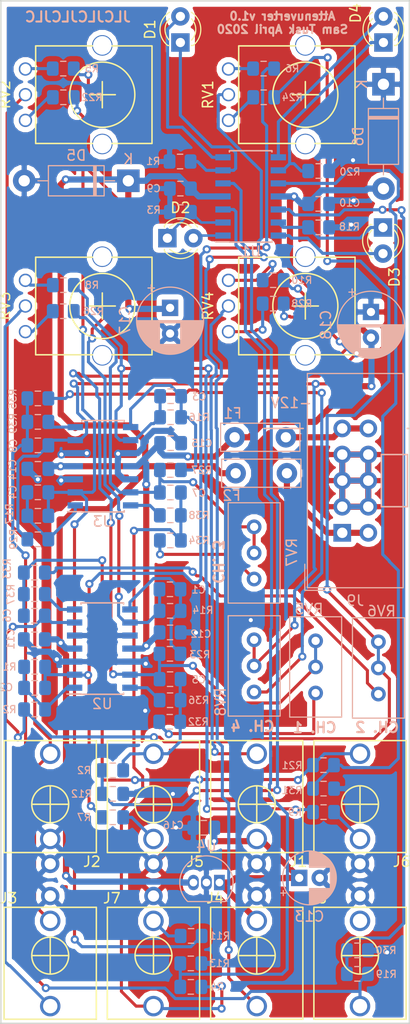
<source format=kicad_pcb>
(kicad_pcb (version 20171130) (host pcbnew "(5.0.1)-3")
  (layers (0 F.Cu signal hide) (31 B.Cu signal hide) (34 B.Paste user) (35 F.Paste user) (36 B.SilkS user) (37 F.SilkS user) (38 B.Mask user) (39 F.Mask user) (44 Edge.Cuts user))
  (net 0 "")
  (net 1 "Net-(C1-Pad2)")
  (net 2 "Net-(C1-Pad1)")
  (net 3 "Net-(C2-Pad2)")
  (net 4 "Net-(C2-Pad1)")
  (net 5 "Net-(C3-Pad2)")
  (net 6 "Net-(C3-Pad1)")
  (net 7 "Net-(C4-Pad1)")
  (net 8 "Net-(C4-Pad2)")
  (net 9 "Net-(C5-Pad2)")
  (net 10 Aout)
  (net 11 "Net-(C6-Pad2)")
  (net 12 Bout)
  (net 13 Cout)
  (net 14 "Net-(C7-Pad2)")
  (net 15 Dout)
  (net 16 "Net-(C8-Pad2)")
  (net 17 +12V)
  (net 18 GND)
  (net 19 -12V)
  (net 20 +5V)
  (net 21 "Net-(D1-Pad1)")
  (net 22 ledA)
  (net 23 "Net-(D2-Pad1)")
  (net 24 ledC)
  (net 25 ledD)
  (net 26 "Net-(D3-Pad1)")
  (net 27 ledB)
  (net 28 "Net-(D4-Pad1)")
  (net 29 /-12Vin)
  (net 30 /+12Vin)
  (net 31 Ain)
  (net 32 AoutSw)
  (net 33 BoutSw)
  (net 34 CoutSw)
  (net 35 "Net-(R12-Pad2)")
  (net 36 "Net-(R13-Pad2)")
  (net 37 "Net-(R5-Pad2)")
  (net 38 "Net-(R6-Pad2)")
  (net 39 "Net-(R8-Pad2)")
  (net 40 "Net-(R10-Pad2)")
  (net 41 "Net-(R19-Pad1)")
  (net 42 "Net-(R21-Pad1)")
  (net 43 "Net-(R22-Pad2)")
  (net 44 "Net-(R24-Pad2)")
  (net 45 "Net-(R26-Pad2)")
  (net 46 "Net-(R28-Pad2)")
  (net 47 "Net-(R32-Pad2)")
  (net 48 "Net-(R33-Pad2)")
  (net 49 "Net-(R34-Pad2)")
  (net 50 "Net-(R35-Pad2)")
  (net 51 "Net-(R36-Pad2)")
  (net 52 "Net-(R37-Pad2)")
  (net 53 "Net-(R38-Pad2)")
  (net 54 "Net-(R39-Pad2)")
  (net 55 /Bin)
  (net 56 /Cin)
  (net 57 /Din)
  (module Capacitor_SMD:C_0805_2012Metric_Pad1.15x1.40mm_HandSolder_smallText (layer B.Cu) (at 34.29 70 180)
    (fp_text reference C1 (at -2.794 -0.05 180) (layer B.SilkS) (effects (font (size 0.7 0.7) (thickness 0.12)) (justify mirror)))
    (fp_text value 10pF)
    (pad 2 smd roundrect (at 1.025 0 180) (size 1.15 1.4) (layers B.Cu B.Paste B.Mask) (roundrect_rratio 0.217391) (net 1 "Net-(C1-Pad2)"))
    (pad 1 smd roundrect (at -1.025 0 180) (size 1.15 1.4) (layers B.Cu B.Paste B.Mask) (roundrect_rratio 0.217391) (net 2 "Net-(C1-Pad1)"))
  )
  (module Capacitor_SMD:C_0805_2012Metric_Pad1.15x1.40mm_HandSolder_smallText (layer B.Cu) (at 21.082 79.6)
    (fp_text reference C2 (at -2.794 -0.05) (layer B.SilkS) (effects (font (size 0.7 0.7) (thickness 0.12)) (justify mirror)))
    (fp_text value 10pF)
    (pad 2 smd roundrect (at 1.025 0) (size 1.15 1.4) (layers B.Cu B.Paste B.Mask) (roundrect_rratio 0.217391) (net 3 "Net-(C2-Pad2)"))
    (pad 1 smd roundrect (at -1.025 0) (size 1.15 1.4) (layers B.Cu B.Paste B.Mask) (roundrect_rratio 0.217391) (net 4 "Net-(C2-Pad1)"))
  )
  (module Capacitor_SMD:C_0805_2012Metric_Pad1.15x1.40mm_HandSolder_smallText (layer B.Cu) (at 34.354 51.202 180)
    (fp_text reference C3 (at -2.794 -0.05 180) (layer B.SilkS) (effects (font (size 0.7 0.7) (thickness 0.12)) (justify mirror)))
    (fp_text value 10pF)
    (pad 2 smd roundrect (at 1.025 0 180) (size 1.15 1.4) (layers B.Cu B.Paste B.Mask) (roundrect_rratio 0.217391) (net 5 "Net-(C3-Pad2)"))
    (pad 1 smd roundrect (at -1.025 0 180) (size 1.15 1.4) (layers B.Cu B.Paste B.Mask) (roundrect_rratio 0.217391) (net 6 "Net-(C3-Pad1)"))
  )
  (module Capacitor_SMD:C_0805_2012Metric_Pad1.15x1.40mm_HandSolder_smallText (layer B.Cu) (at 21.4 60.56)
    (fp_text reference C4 (at -2.45 -0.01 90) (layer B.SilkS) (effects (font (size 0.7 0.7) (thickness 0.12)) (justify mirror)))
    (fp_text value 10pF)
    (pad 1 smd roundrect (at -1.025 0) (size 1.15 1.4) (layers B.Cu B.Paste B.Mask) (roundrect_rratio 0.217391) (net 7 "Net-(C4-Pad1)"))
    (pad 2 smd roundrect (at 1.025 0) (size 1.15 1.4) (layers B.Cu B.Paste B.Mask) (roundrect_rratio 0.217391) (net 8 "Net-(C4-Pad2)"))
  )
  (module Capacitor_SMD:C_0805_2012Metric_Pad1.15x1.40mm_HandSolder_smallText (layer B.Cu) (at 34.3 78.75 180)
    (fp_text reference C5 (at -2.794 -0.05 180) (layer B.SilkS) (effects (font (size 0.7 0.7) (thickness 0.12)) (justify mirror)))
    (fp_text value 10pF)
    (pad 2 smd roundrect (at 1.025 0 180) (size 1.15 1.4) (layers B.Cu B.Paste B.Mask) (roundrect_rratio 0.217391) (net 9 "Net-(C5-Pad2)"))
    (pad 1 smd roundrect (at -1.025 0 180) (size 1.15 1.4) (layers B.Cu B.Paste B.Mask) (roundrect_rratio 0.217391) (net 10 Aout))
  )
  (module Capacitor_SMD:C_0805_2012Metric_Pad1.15x1.40mm_HandSolder_smallText (layer B.Cu) (at 21.057 72.575)
    (fp_text reference C6 (at -2.657 -0.025 90) (layer B.SilkS) (effects (font (size 0.7 0.7) (thickness 0.12)) (justify mirror)))
    (fp_text value 10pF)
    (pad 2 smd roundrect (at 1.025 0) (size 1.15 1.4) (layers B.Cu B.Paste B.Mask) (roundrect_rratio 0.217391) (net 11 "Net-(C6-Pad2)"))
    (pad 1 smd roundrect (at -1.025 0) (size 1.15 1.4) (layers B.Cu B.Paste B.Mask) (roundrect_rratio 0.217391) (net 12 Bout))
  )
  (module Capacitor_SMD:C_0805_2012Metric_Pad1.15x1.40mm_HandSolder_smallText (layer B.Cu) (at 34.329 60.575 180)
    (fp_text reference C7 (at -2.794 -0.05 180) (layer B.SilkS) (effects (font (size 0.7 0.7) (thickness 0.12)) (justify mirror)))
    (fp_text value 10pF)
    (pad 1 smd roundrect (at -1.025 0 180) (size 1.15 1.4) (layers B.Cu B.Paste B.Mask) (roundrect_rratio 0.217391) (net 13 Cout))
    (pad 2 smd roundrect (at 1.025 0 180) (size 1.15 1.4) (layers B.Cu B.Paste B.Mask) (roundrect_rratio 0.217391) (net 14 "Net-(C7-Pad2)"))
  )
  (module Capacitor_SMD:C_0805_2012Metric_Pad1.15x1.40mm_HandSolder_smallText (layer B.Cu) (at 21.4 55.988)
    (fp_text reference C8 (at -2.4 0.037 90) (layer B.SilkS) (effects (font (size 0.7 0.7) (thickness 0.12)) (justify mirror)))
    (fp_text value 10pF)
    (pad 1 smd roundrect (at -1.025 0) (size 1.15 1.4) (layers B.Cu B.Paste B.Mask) (roundrect_rratio 0.217391) (net 15 Dout))
    (pad 2 smd roundrect (at 1.025 0) (size 1.15 1.4) (layers B.Cu B.Paste B.Mask) (roundrect_rratio 0.217391) (net 16 "Net-(C8-Pad2)"))
  )
  (module Capacitor_SMD:C_0805_2012Metric_Pad1.15x1.40mm_HandSolder_smallText (layer B.Cu) (at 35.306 30.988)
    (fp_text reference C9 (at -2.606 -0.013) (layer B.SilkS) (effects (font (size 0.7 0.7) (thickness 0.12)) (justify mirror)))
    (fp_text value 100nF)
    (pad 2 smd roundrect (at 1.025 0) (size 1.15 1.4) (layers B.Cu B.Paste B.Mask) (roundrect_rratio 0.217391) (net 17 +12V))
    (pad 1 smd roundrect (at -1.025 0) (size 1.15 1.4) (layers B.Cu B.Paste B.Mask) (roundrect_rratio 0.217391) (net 18 GND))
  )
  (module Capacitor_SMD:C_0805_2012Metric_Pad1.15x1.40mm_HandSolder_smallText (layer B.Cu) (at 48.793 32.475)
    (fp_text reference C10 (at 3.032 -0.1) (layer B.SilkS) (effects (font (size 0.7 0.7) (thickness 0.12)) (justify mirror)))
    (fp_text value 100nF)
    (pad 1 smd roundrect (at -1.025 0) (size 1.15 1.4) (layers B.Cu B.Paste B.Mask) (roundrect_rratio 0.217391) (net 19 -12V))
    (pad 2 smd roundrect (at 1.025 0) (size 1.15 1.4) (layers B.Cu B.Paste B.Mask) (roundrect_rratio 0.217391) (net 18 GND))
  )
  (module Capacitor_SMD:C_0805_2012Metric_Pad1.15x1.40mm_HandSolder_smallText (layer B.Cu) (at 21.057 74.875)
    (fp_text reference C11 (at -2.307 -0.025 90) (layer B.SilkS) (effects (font (size 0.7 0.7) (thickness 0.12)) (justify mirror)))
    (fp_text value 100nF)
    (pad 2 smd roundrect (at 1.025 0) (size 1.15 1.4) (layers B.Cu B.Paste B.Mask) (roundrect_rratio 0.217391) (net 17 +12V))
    (pad 1 smd roundrect (at -1.025 0) (size 1.15 1.4) (layers B.Cu B.Paste B.Mask) (roundrect_rratio 0.217391) (net 18 GND))
  )
  (module Capacitor_SMD:C_0805_2012Metric_Pad1.15x1.40mm_HandSolder_smallText (layer B.Cu) (at 34.299 74.2)
    (fp_text reference C12 (at 3.001 0.15) (layer B.SilkS) (effects (font (size 0.7 0.7) (thickness 0.12)) (justify mirror)))
    (fp_text value 100nF)
    (pad 1 smd roundrect (at -1.025 0) (size 1.15 1.4) (layers B.Cu B.Paste B.Mask) (roundrect_rratio 0.217391) (net 19 -12V))
    (pad 2 smd roundrect (at 1.025 0) (size 1.15 1.4) (layers B.Cu B.Paste B.Mask) (roundrect_rratio 0.217391) (net 18 GND))
  )
  (module Capacitor_SMD:C_0805_2012Metric_Pad1.15x1.40mm_HandSolder_smallText (layer B.Cu) (at 21.4 58.274)
    (fp_text reference C14 (at -2.475 0.076 90) (layer B.SilkS) (effects (font (size 0.7 0.7) (thickness 0.12)) (justify mirror)))
    (fp_text value 100nF)
    (pad 2 smd roundrect (at 1.025 0) (size 1.15 1.4) (layers B.Cu B.Paste B.Mask) (roundrect_rratio 0.217391) (net 17 +12V))
    (pad 1 smd roundrect (at -1.025 0) (size 1.15 1.4) (layers B.Cu B.Paste B.Mask) (roundrect_rratio 0.217391) (net 18 GND))
  )
  (module Capacitor_SMD:C_0805_2012Metric_Pad1.15x1.40mm_HandSolder_smallText (layer B.Cu) (at 34.354 55.774)
    (fp_text reference C15 (at 3.048 0) (layer B.SilkS) (effects (font (size 0.7 0.7) (thickness 0.12)) (justify mirror)))
    (fp_text value 100nF)
    (pad 1 smd roundrect (at -1.025 0) (size 1.15 1.4) (layers B.Cu B.Paste B.Mask) (roundrect_rratio 0.217391) (net 19 -12V))
    (pad 2 smd roundrect (at 1.025 0) (size 1.15 1.4) (layers B.Cu B.Paste B.Mask) (roundrect_rratio 0.217391) (net 18 GND))
  )
  (module Capacitor_SMD:C_0805_2012Metric_Pad1.15x1.40mm_HandSolder_smallText (layer B.Cu) (at 37.592 93.218)
    (fp_text reference C16 (at -2.967 -0.243) (layer B.SilkS) (effects (font (size 0.7 0.7) (thickness 0.12)) (justify mirror)))
    (fp_text value 100nF)
    (pad 1 smd roundrect (at -1.025 0) (size 1.15 1.4) (layers B.Cu B.Paste B.Mask) (roundrect_rratio 0.217391) (net 18 GND))
    (pad 2 smd roundrect (at 1.025 0) (size 1.15 1.4) (layers B.Cu B.Paste B.Mask) (roundrect_rratio 0.217391) (net 20 +5V))
  )
  (module LED_THT:LED_D3.0mm (layer F.Cu) (at 35.306 16.764 90)
    (fp_text reference D1 (at 1.27 -2.96 90) (layer F.SilkS))
    (fp_text value "Tayda A-1076")
    (pad 1 thru_hole rect (at 0 0 90) (size 1.8 1.8) (drill 0.9) (layers *.Cu *.Mask) (net 21 "Net-(D1-Pad1)"))
    (pad 2 thru_hole circle (at 2.54 0 90) (size 1.8 1.8) (drill 0.9) (layers *.Cu *.Mask) (net 22 ledA))
  )
  (module LED_THT:LED_D3.0mm (layer F.Cu) (at 34.036 35.814)
    (fp_text reference D2 (at 1.27 -2.96) (layer F.SilkS))
    (fp_text value "Tayda A-1076")
    (pad 2 thru_hole circle (at 2.54 0) (size 1.8 1.8) (drill 0.9) (layers *.Cu *.Mask) (net 24 ledC))
    (pad 1 thru_hole rect (at 0 0) (size 1.8 1.8) (drill 0.9) (layers *.Cu *.Mask) (net 23 "Net-(D2-Pad1)"))
  )
  (module LED_THT:LED_D3.0mm (layer F.Cu) (at 55.075 34.775 270)
    (fp_text reference D3 (at 4.835 -1.115 270) (layer F.SilkS))
    (fp_text value "Tayda A-1076")
    (pad 2 thru_hole circle (at 2.54 0 270) (size 1.8 1.8) (drill 0.9) (layers *.Cu *.Mask) (net 25 ledD))
    (pad 1 thru_hole rect (at 0 0 270) (size 1.8 1.8) (drill 0.9) (layers *.Cu *.Mask) (net 26 "Net-(D3-Pad1)"))
  )
  (module LED_THT:LED_D3.0mm (layer F.Cu) (at 55.118 16.764 90)
    (fp_text reference D4 (at 2.864 -2.718 90) (layer F.SilkS))
    (fp_text value "Tayda A-1076")
    (pad 2 thru_hole circle (at 2.54 0 90) (size 1.8 1.8) (drill 0.9) (layers *.Cu *.Mask) (net 27 ledB))
    (pad 1 thru_hole rect (at 0 0 90) (size 1.8 1.8) (drill 0.9) (layers *.Cu *.Mask) (net 28 "Net-(D4-Pad1)"))
  )
  (module Diode_THT:D_DO-41_SOD81_P10.16mm_Horizontal (layer B.Cu) (at 30.226 30.226 180)
    (fp_text reference D5 (at 5.08 2.47 180) (layer B.SilkS) (effects (justify mirror)))
    (fp_text value 1N4001)
    (fp_text user K (at 0 2.1 180) (layer B.SilkS) (effects (justify mirror)))
    (pad 2 thru_hole oval (at 10.16 0 180) (size 2.2 2.2) (drill 1.1) (layers *.Cu *.Mask) (net 18 GND))
    (pad 1 thru_hole rect (at 0 0 180) (size 2.2 2.2) (drill 1.1) (layers *.Cu *.Mask) (net 17 +12V))
  )
  (module Diode_THT:D_DO-41_SOD81_P10.16mm_Horizontal (layer B.Cu) (at 55.118 20.828 270)
    (fp_text reference D6 (at 5.08 2.47 270) (layer B.SilkS) (effects (justify mirror)))
    (fp_text value 1N4001)
    (fp_text user K (at 0 2.1 270) (layer B.SilkS) (effects (justify mirror)))
    (pad 1 thru_hole rect (at 0 0 270) (size 2.2 2.2) (drill 1.1) (layers *.Cu *.Mask) (net 18 GND))
    (pad 2 thru_hole oval (at 10.16 0 270) (size 2.2 2.2) (drill 1.1) (layers *.Cu *.Mask) (net 19 -12V))
  )
  (module Capacitor_THT:C_Disc_D7.5mm_W2.5mm_P5.00mm (layer B.Cu) (at 45.6 55.2 180)
    (fp_text reference F1 (at 5.2 2.325 180) (layer B.SilkS) (effects (justify mirror)))
    (fp_text value "Polyfuse 250mA (A-1391)")
    (pad 1 thru_hole circle (at 0 0 180) (size 2 2) (drill 1) (layers *.Cu *.Mask) (net 29 /-12Vin))
    (pad 2 thru_hole circle (at 5 0 180) (size 2 2) (drill 1) (layers *.Cu *.Mask) (net 19 -12V))
  )
  (module Capacitor_THT:C_Disc_D7.5mm_W2.5mm_P5.00mm (layer B.Cu) (at 40.7 58.7)
    (fp_text reference F2 (at -0.4 2.175) (layer B.SilkS) (effects (justify mirror)))
    (fp_text value "Polyfuse 250mA (A-1391)")
    (pad 2 thru_hole circle (at 5 0) (size 2 2) (drill 1) (layers *.Cu *.Mask) (net 30 /+12Vin))
    (pad 1 thru_hole circle (at 0 0) (size 2 2) (drill 1) (layers *.Cu *.Mask) (net 17 +12V))
  )
  (module Eurocad:PJ301M-12_Compact (layer F.Cu) (at 42.756666 90.932)
    (fp_text reference J1 (at 4.064 5.588) (layer F.SilkS))
    (fp_text value PJ301M-12)
    (pad 3 thru_hole circle (at 0 -4.92) (size 2 2) (drill 1.4) (layers *.Cu *.Mask) (net 55 /Bin))
    (pad 1 thru_hole circle (at 0 5.8) (size 1.8 1.8) (drill 1.1) (layers *.Cu *.Mask) (net 18 GND))
    (pad 2 thru_hole circle (at 0 3.38) (size 2 2) (drill 1.4) (layers *.Cu *.Mask) (net 20 +5V))
  )
  (module Eurocad:PJ301M-12_Compact (layer F.Cu) (at 22.606 90.932)
    (fp_text reference J2 (at 4.064 5.588) (layer F.SilkS))
    (fp_text value PJ301M-12)
    (pad 2 thru_hole circle (at 0 3.38) (size 2 2) (drill 1.4) (layers *.Cu *.Mask) (net 18 GND))
    (pad 1 thru_hole circle (at 0 5.8) (size 1.8 1.8) (drill 1.1) (layers *.Cu *.Mask) (net 18 GND))
    (pad 3 thru_hole circle (at 0 -4.92) (size 2 2) (drill 1.4) (layers *.Cu *.Mask) (net 31 Ain))
  )
  (module Eurocad:PJ301M-12_Compact (layer F.Cu) (at 22.606 105.664 180)
    (fp_text reference J3 (at 4.064 5.588 180) (layer F.SilkS))
    (fp_text value PJ301M-12)
    (pad 3 thru_hole circle (at 0 -4.92 180) (size 2 2) (drill 1.4) (layers *.Cu *.Mask) (net 56 /Cin))
    (pad 1 thru_hole circle (at 0 5.8 180) (size 1.8 1.8) (drill 1.1) (layers *.Cu *.Mask) (net 18 GND))
    (pad 2 thru_hole circle (at 0 3.38 180) (size 2 2) (drill 1.4) (layers *.Cu *.Mask) (net 31 Ain))
  )
  (module Eurocad:PJ301M-12_Compact (layer F.Cu) (at 42.756666 105.664 180)
    (fp_text reference J4 (at 4.064 5.588 180) (layer F.SilkS))
    (fp_text value PJ301M-12)
    (pad 2 thru_hole circle (at 0 3.38 180) (size 2 2) (drill 1.4) (layers *.Cu *.Mask) (net 20 +5V))
    (pad 1 thru_hole circle (at 0 5.8 180) (size 1.8 1.8) (drill 1.1) (layers *.Cu *.Mask) (net 18 GND))
    (pad 3 thru_hole circle (at 0 -4.92 180) (size 2 2) (drill 1.4) (layers *.Cu *.Mask) (net 57 /Din))
  )
  (module Eurocad:PJ301M-12_Compact (layer F.Cu) (at 32.681333 90.932)
    (fp_text reference J5 (at 4.064 5.588) (layer F.SilkS))
    (fp_text value PJ301M-12)
    (pad 2 thru_hole circle (at 0 3.38) (size 2 2) (drill 1.4) (layers *.Cu *.Mask) (net 32 AoutSw))
    (pad 1 thru_hole circle (at 0 5.8) (size 1.8 1.8) (drill 1.1) (layers *.Cu *.Mask) (net 18 GND))
    (pad 3 thru_hole circle (at 0 -4.92) (size 2 2) (drill 1.4) (layers *.Cu *.Mask) (net 10 Aout))
  )
  (module Eurocad:PJ301M-12_Compact (layer F.Cu) (at 52.832 90.932)
    (fp_text reference J6 (at 4.064 5.588) (layer F.SilkS))
    (fp_text value PJ301M-12)
    (pad 3 thru_hole circle (at 0 -4.92) (size 2 2) (drill 1.4) (layers *.Cu *.Mask) (net 12 Bout))
    (pad 1 thru_hole circle (at 0 5.8) (size 1.8 1.8) (drill 1.1) (layers *.Cu *.Mask) (net 18 GND))
    (pad 2 thru_hole circle (at 0 3.38) (size 2 2) (drill 1.4) (layers *.Cu *.Mask) (net 33 BoutSw))
  )
  (module Eurocad:PJ301M-12_Compact (layer F.Cu) (at 32.681333 105.664 180)
    (fp_text reference J7 (at 4.064 5.588 180) (layer F.SilkS))
    (fp_text value PJ301M-12)
    (pad 2 thru_hole circle (at 0 3.38 180) (size 2 2) (drill 1.4) (layers *.Cu *.Mask) (net 34 CoutSw))
    (pad 1 thru_hole circle (at 0 5.8 180) (size 1.8 1.8) (drill 1.1) (layers *.Cu *.Mask) (net 18 GND))
    (pad 3 thru_hole circle (at 0 -4.92 180) (size 2 2) (drill 1.4) (layers *.Cu *.Mask) (net 13 Cout))
  )
  (module Eurocad:PJ301M-12_Compact (layer F.Cu) (at 52.832 105.664 180)
    (fp_text reference J8 (at 4.064 5.588 180) (layer F.SilkS))
    (fp_text value PJ301M-12)
    (pad 3 thru_hole circle (at 0 -4.92 180) (size 2 2) (drill 1.4) (layers *.Cu *.Mask) (net 15 Dout))
    (pad 1 thru_hole circle (at 0 5.8 180) (size 1.8 1.8) (drill 1.1) (layers *.Cu *.Mask) (net 18 GND))
    (pad 2 thru_hole circle (at 0 3.38 180) (size 2 2) (drill 1.4) (layers *.Cu *.Mask))
  )
  (module Eurocad:Eurorack_power_header (layer B.Cu) (at 51.1 64.5)
    (fp_text reference J9 (at 1.27 6.604) (layer B.SilkS) (effects (justify mirror)))
    (fp_text value EURO_PWR_2x5)
    (fp_text user -12V (at -4.975 -12.65) (layer B.SilkS) (effects (justify mirror)))
    (pad 1 thru_hole rect (at 0 0) (size 1.7272 1.7272) (drill 1.016) (layers *.Cu *.Mask) (net 30 /+12Vin))
    (pad 2 thru_hole oval (at 2.54 0) (size 1.7272 1.7272) (drill 1.016) (layers *.Cu *.Mask) (net 30 /+12Vin))
    (pad 3 thru_hole oval (at 0 -2.54) (size 1.7272 1.7272) (drill 1.016) (layers *.Cu *.Mask) (net 18 GND))
    (pad 4 thru_hole oval (at 2.54 -2.54) (size 1.7272 1.7272) (drill 1.016) (layers *.Cu *.Mask) (net 18 GND))
    (pad 5 thru_hole oval (at 0 -5.08) (size 1.7272 1.7272) (drill 1.016) (layers *.Cu *.Mask) (net 18 GND))
    (pad 6 thru_hole oval (at 2.54 -5.08) (size 1.7272 1.7272) (drill 1.016) (layers *.Cu *.Mask) (net 18 GND))
    (pad 7 thru_hole oval (at 0 -7.62) (size 1.7272 1.7272) (drill 1.016) (layers *.Cu *.Mask) (net 18 GND))
    (pad 8 thru_hole oval (at 2.54 -7.62) (size 1.7272 1.7272) (drill 1.016) (layers *.Cu *.Mask) (net 18 GND))
    (pad 9 thru_hole oval (at 0 -10.16) (size 1.7272 1.7272) (drill 1.016) (layers *.Cu *.Mask) (net 29 /-12Vin))
    (pad 10 thru_hole oval (at 2.54 -10.16) (size 1.7272 1.7272) (drill 1.016) (layers *.Cu *.Mask) (net 29 /-12Vin))
  )
  (module Eurocad:R_0805_2012Metric_Pad1.15x1.40mm_HandSolder_smallText (layer B.Cu) (at 35.275 28.35 180)
    (fp_text reference R1 (at 2.625 0.025 180) (layer B.SilkS) (effects (font (size 0.7 0.7) (thickness 0.12)) (justify mirror)))
    (fp_text value 660R)
    (pad 2 smd roundrect (at 1.025 0 180) (size 1.15 1.4) (layers B.Cu B.Paste B.Mask) (roundrect_rratio 0.217391) (net 18 GND))
    (pad 1 smd roundrect (at -1.025 0 180) (size 1.15 1.4) (layers B.Cu B.Paste B.Mask) (roundrect_rratio 0.217391) (net 21 "Net-(D1-Pad1)"))
  )
  (module Eurocad:R_0805_2012Metric_Pad1.15x1.40mm_HandSolder_smallText (layer B.Cu) (at 28.702 87.63)
    (fp_text reference R2 (at -2.794 0) (layer B.SilkS) (effects (font (size 0.7 0.7) (thickness 0.12)) (justify mirror)))
    (fp_text value 1M)
    (pad 2 smd roundrect (at 1.025 0) (size 1.15 1.4) (layers B.Cu B.Paste B.Mask) (roundrect_rratio 0.217391) (net 10 Aout))
    (pad 1 smd roundrect (at -1.025 0) (size 1.15 1.4) (layers B.Cu B.Paste B.Mask) (roundrect_rratio 0.217391) (net 35 "Net-(R12-Pad2)"))
  )
  (module Eurocad:R_0805_2012Metric_Pad1.15x1.40mm_HandSolder_smallText (layer B.Cu) (at 35.306 33.274 180)
    (fp_text reference R3 (at 2.606 0.199 180) (layer B.SilkS) (effects (font (size 0.7 0.7) (thickness 0.12)) (justify mirror)))
    (fp_text value 660R)
    (pad 2 smd roundrect (at 1.025 0 180) (size 1.15 1.4) (layers B.Cu B.Paste B.Mask) (roundrect_rratio 0.217391) (net 18 GND))
    (pad 1 smd roundrect (at -1.025 0 180) (size 1.15 1.4) (layers B.Cu B.Paste B.Mask) (roundrect_rratio 0.217391) (net 23 "Net-(D2-Pad1)"))
  )
  (module Eurocad:R_0805_2012Metric_Pad1.15x1.40mm_HandSolder_smallText (layer B.Cu) (at 36.322 108.712)
    (fp_text reference R4 (at 2.553 0) (layer B.SilkS) (effects (font (size 0.7 0.7) (thickness 0.12)) (justify mirror)))
    (fp_text value 1M)
    (pad 2 smd roundrect (at 1.025 0) (size 1.15 1.4) (layers B.Cu B.Paste B.Mask) (roundrect_rratio 0.217391) (net 13 Cout))
    (pad 1 smd roundrect (at -1.025 0) (size 1.15 1.4) (layers B.Cu B.Paste B.Mask) (roundrect_rratio 0.217391) (net 36 "Net-(R13-Pad2)"))
  )
  (module Eurocad:R_0805_2012Metric_Pad1.15x1.40mm_HandSolder_smallText (layer B.Cu) (at 23.876 19.304 180)
    (fp_text reference R5 (at -2.794 0 180) (layer B.SilkS) (effects (font (size 0.7 0.7) (thickness 0.12)) (justify mirror)))
    (fp_text value 10k)
    (pad 1 smd roundrect (at -1.025 0 180) (size 1.15 1.4) (layers B.Cu B.Paste B.Mask) (roundrect_rratio 0.217391) (net 1 "Net-(C1-Pad2)"))
    (pad 2 smd roundrect (at 1.025 0 180) (size 1.15 1.4) (layers B.Cu B.Paste B.Mask) (roundrect_rratio 0.217391) (net 37 "Net-(R5-Pad2)"))
  )
  (module Eurocad:R_0805_2012Metric_Pad1.15x1.40mm_HandSolder_smallText (layer B.Cu) (at 43.425 19.304 180)
    (fp_text reference R6 (at -2.794 0 180) (layer B.SilkS) (effects (font (size 0.7 0.7) (thickness 0.12)) (justify mirror)))
    (fp_text value 10k)
    (pad 2 smd roundrect (at 1.025 0 180) (size 1.15 1.4) (layers B.Cu B.Paste B.Mask) (roundrect_rratio 0.217391) (net 38 "Net-(R6-Pad2)"))
    (pad 1 smd roundrect (at -1.025 0 180) (size 1.15 1.4) (layers B.Cu B.Paste B.Mask) (roundrect_rratio 0.217391) (net 3 "Net-(C2-Pad2)"))
  )
  (module Eurocad:R_0805_2012Metric_Pad1.15x1.40mm_HandSolder_smallText (layer B.Cu) (at 28.702 92.202)
    (fp_text reference R7 (at -2.794 0) (layer B.SilkS) (effects (font (size 0.7 0.7) (thickness 0.12)) (justify mirror)))
    (fp_text value 20k)
    (pad 2 smd roundrect (at 1.025 0) (size 1.15 1.4) (layers B.Cu B.Paste B.Mask) (roundrect_rratio 0.217391) (net 32 AoutSw))
    (pad 1 smd roundrect (at -1.025 0) (size 1.15 1.4) (layers B.Cu B.Paste B.Mask) (roundrect_rratio 0.217391) (net 3 "Net-(C2-Pad2)"))
  )
  (module Eurocad:R_0805_2012Metric_Pad1.15x1.40mm_HandSolder_smallText (layer B.Cu) (at 23.885 40.386 180)
    (fp_text reference R8 (at -2.794 0 180) (layer B.SilkS) (effects (font (size 0.7 0.7) (thickness 0.12)) (justify mirror)))
    (fp_text value 10k)
    (pad 2 smd roundrect (at 1.025 0 180) (size 1.15 1.4) (layers B.Cu B.Paste B.Mask) (roundrect_rratio 0.217391) (net 39 "Net-(R8-Pad2)"))
    (pad 1 smd roundrect (at -1.025 0 180) (size 1.15 1.4) (layers B.Cu B.Paste B.Mask) (roundrect_rratio 0.217391) (net 5 "Net-(C3-Pad2)"))
  )
  (module Eurocad:R_0805_2012Metric_Pad1.15x1.40mm_HandSolder_smallText (layer B.Cu) (at 49.276 91.694)
    (fp_text reference R9 (at -2.794 0) (layer B.SilkS) (effects (font (size 0.7 0.7) (thickness 0.12)) (justify mirror)))
    (fp_text value 20k)
    (pad 1 smd roundrect (at -1.025 0) (size 1.15 1.4) (layers B.Cu B.Paste B.Mask) (roundrect_rratio 0.217391) (net 5 "Net-(C3-Pad2)"))
    (pad 2 smd roundrect (at 1.025 0) (size 1.15 1.4) (layers B.Cu B.Paste B.Mask) (roundrect_rratio 0.217391) (net 33 BoutSw))
  )
  (module Eurocad:R_0805_2012Metric_Pad1.15x1.40mm_HandSolder_smallText (layer B.Cu) (at 44.359 39.903 180)
    (fp_text reference R10 (at -2.794 0 180) (layer B.SilkS) (effects (font (size 0.7 0.7) (thickness 0.12)) (justify mirror)))
    (fp_text value 10k)
    (pad 2 smd roundrect (at 1.025 0 180) (size 1.15 1.4) (layers B.Cu B.Paste B.Mask) (roundrect_rratio 0.217391) (net 40 "Net-(R10-Pad2)"))
    (pad 1 smd roundrect (at -1.025 0 180) (size 1.15 1.4) (layers B.Cu B.Paste B.Mask) (roundrect_rratio 0.217391) (net 8 "Net-(C4-Pad2)"))
  )
  (module Eurocad:R_0805_2012Metric_Pad1.15x1.40mm_HandSolder_smallText (layer B.Cu) (at 36.35 103.75 180)
    (fp_text reference R11 (at -2.794 0 180) (layer B.SilkS) (effects (font (size 0.7 0.7) (thickness 0.12)) (justify mirror)))
    (fp_text value 20k)
    (pad 1 smd roundrect (at -1.025 0 180) (size 1.15 1.4) (layers B.Cu B.Paste B.Mask) (roundrect_rratio 0.217391) (net 8 "Net-(C4-Pad2)"))
    (pad 2 smd roundrect (at 1.025 0 180) (size 1.15 1.4) (layers B.Cu B.Paste B.Mask) (roundrect_rratio 0.217391) (net 34 CoutSw))
  )
  (module Eurocad:R_0805_2012Metric_Pad1.15x1.40mm_HandSolder_smallText (layer B.Cu) (at 28.702 89.916 180)
    (fp_text reference R12 (at 3.048 0 180) (layer B.SilkS) (effects (font (size 0.7 0.7) (thickness 0.12)) (justify mirror)))
    (fp_text value 1M)
    (pad 1 smd roundrect (at -1.025 0 180) (size 1.15 1.4) (layers B.Cu B.Paste B.Mask) (roundrect_rratio 0.217391) (net 18 GND))
    (pad 2 smd roundrect (at 1.025 0 180) (size 1.15 1.4) (layers B.Cu B.Paste B.Mask) (roundrect_rratio 0.217391) (net 35 "Net-(R12-Pad2)"))
  )
  (module Eurocad:R_0805_2012Metric_Pad1.15x1.40mm_HandSolder_smallText (layer B.Cu) (at 36.322 106.426 180)
    (fp_text reference R13 (at -2.794 0 180) (layer B.SilkS) (effects (font (size 0.7 0.7) (thickness 0.12)) (justify mirror)))
    (fp_text value 1M)
    (pad 1 smd roundrect (at -1.025 0 180) (size 1.15 1.4) (layers B.Cu B.Paste B.Mask) (roundrect_rratio 0.217391) (net 18 GND))
    (pad 2 smd roundrect (at 1.025 0 180) (size 1.15 1.4) (layers B.Cu B.Paste B.Mask) (roundrect_rratio 0.217391) (net 36 "Net-(R13-Pad2)"))
  )
  (module Eurocad:R_0805_2012Metric_Pad1.15x1.40mm_HandSolder_smallText (layer B.Cu) (at 34.3 72.1 180)
    (fp_text reference R14 (at -3.199001 0.063891 180) (layer B.SilkS) (effects (font (size 0.7 0.7) (thickness 0.12)) (justify mirror)))
    (fp_text value 10k)
    (pad 1 smd roundrect (at -1.025 0 180) (size 1.15 1.4) (layers B.Cu B.Paste B.Mask) (roundrect_rratio 0.217391) (net 2 "Net-(C1-Pad1)"))
    (pad 2 smd roundrect (at 1.025 0 180) (size 1.15 1.4) (layers B.Cu B.Paste B.Mask) (roundrect_rratio 0.217391) (net 1 "Net-(C1-Pad2)"))
  )
  (module Eurocad:R_0805_2012Metric_Pad1.15x1.40mm_HandSolder_smallText (layer B.Cu) (at 21.082 77.552)
    (fp_text reference R15 (at -2.794 0) (layer B.SilkS) (effects (font (size 0.7 0.7) (thickness 0.12)) (justify mirror)))
    (fp_text value 10k)
    (pad 1 smd roundrect (at -1.025 0) (size 1.15 1.4) (layers B.Cu B.Paste B.Mask) (roundrect_rratio 0.217391) (net 4 "Net-(C2-Pad1)"))
    (pad 2 smd roundrect (at 1.025 0) (size 1.15 1.4) (layers B.Cu B.Paste B.Mask) (roundrect_rratio 0.217391) (net 3 "Net-(C2-Pad2)"))
  )
  (module Eurocad:R_0805_2012Metric_Pad1.15x1.40mm_HandSolder_smallText (layer B.Cu) (at 34.35 53.25 180)
    (fp_text reference R16 (at -2.794 0 180) (layer B.SilkS) (effects (font (size 0.7 0.7) (thickness 0.12)) (justify mirror)))
    (fp_text value 10k)
    (pad 2 smd roundrect (at 1.025 0 180) (size 1.15 1.4) (layers B.Cu B.Paste B.Mask) (roundrect_rratio 0.217391) (net 5 "Net-(C3-Pad2)"))
    (pad 1 smd roundrect (at -1.025 0 180) (size 1.15 1.4) (layers B.Cu B.Paste B.Mask) (roundrect_rratio 0.217391) (net 6 "Net-(C3-Pad1)"))
  )
  (module Eurocad:R_0805_2012Metric_Pad1.15x1.40mm_HandSolder_smallText (layer B.Cu) (at 21.4 62.846)
    (fp_text reference R17 (at -2.775 -0.196 90) (layer B.SilkS) (effects (font (size 0.7 0.7) (thickness 0.12)) (justify mirror)))
    (fp_text value 10k)
    (pad 1 smd roundrect (at -1.025 0) (size 1.15 1.4) (layers B.Cu B.Paste B.Mask) (roundrect_rratio 0.217391) (net 7 "Net-(C4-Pad1)"))
    (pad 2 smd roundrect (at 1.025 0) (size 1.15 1.4) (layers B.Cu B.Paste B.Mask) (roundrect_rratio 0.217391) (net 8 "Net-(C4-Pad2)"))
  )
  (module Eurocad:R_0805_2012Metric_Pad1.15x1.40mm_HandSolder_smallText (layer B.Cu) (at 48.793 34.761)
    (fp_text reference R18 (at 3.007 -0.061) (layer B.SilkS) (effects (font (size 0.7 0.7) (thickness 0.12)) (justify mirror)))
    (fp_text value 660R)
    (pad 1 smd roundrect (at -1.025 0) (size 1.15 1.4) (layers B.Cu B.Paste B.Mask) (roundrect_rratio 0.217391) (net 26 "Net-(D3-Pad1)"))
    (pad 2 smd roundrect (at 1.025 0) (size 1.15 1.4) (layers B.Cu B.Paste B.Mask) (roundrect_rratio 0.217391) (net 18 GND))
  )
  (module Eurocad:R_0805_2012Metric_Pad1.15x1.40mm_HandSolder_smallText (layer B.Cu) (at 52.578 107.442)
    (fp_text reference R19 (at 2.822 0.033) (layer B.SilkS) (effects (font (size 0.7 0.7) (thickness 0.12)) (justify mirror)))
    (fp_text value 1M)
    (pad 1 smd roundrect (at -1.025 0) (size 1.15 1.4) (layers B.Cu B.Paste B.Mask) (roundrect_rratio 0.217391) (net 41 "Net-(R19-Pad1)"))
    (pad 2 smd roundrect (at 1.025 0) (size 1.15 1.4) (layers B.Cu B.Paste B.Mask) (roundrect_rratio 0.217391) (net 15 Dout))
  )
  (module Eurocad:R_0805_2012Metric_Pad1.15x1.40mm_HandSolder_smallText (layer B.Cu) (at 48.8 29.275)
    (fp_text reference R20 (at 3.05 0.075) (layer B.SilkS) (effects (font (size 0.7 0.7) (thickness 0.12)) (justify mirror)))
    (fp_text value 660R)
    (pad 1 smd roundrect (at -1.025 0) (size 1.15 1.4) (layers B.Cu B.Paste B.Mask) (roundrect_rratio 0.217391) (net 28 "Net-(D4-Pad1)"))
    (pad 2 smd roundrect (at 1.025 0) (size 1.15 1.4) (layers B.Cu B.Paste B.Mask) (roundrect_rratio 0.217391) (net 18 GND))
  )
  (module Eurocad:R_0805_2012Metric_Pad1.15x1.40mm_HandSolder_smallText (layer B.Cu) (at 49.267 87.122 180)
    (fp_text reference R21 (at 3.067 -0.028 180) (layer B.SilkS) (effects (font (size 0.7 0.7) (thickness 0.12)) (justify mirror)))
    (fp_text value 1M)
    (pad 1 smd roundrect (at -1.025 0 180) (size 1.15 1.4) (layers B.Cu B.Paste B.Mask) (roundrect_rratio 0.217391) (net 42 "Net-(R21-Pad1)"))
    (pad 2 smd roundrect (at 1.025 0 180) (size 1.15 1.4) (layers B.Cu B.Paste B.Mask) (roundrect_rratio 0.217391) (net 12 Bout))
  )
  (module Eurocad:R_0805_2012Metric_Pad1.15x1.40mm_HandSolder_smallText (layer B.Cu) (at 23.885 22.098 180)
    (fp_text reference R22 (at -2.794 0 180) (layer B.SilkS) (effects (font (size 0.7 0.7) (thickness 0.12)) (justify mirror)))
    (fp_text value 10k)
    (pad 1 smd roundrect (at -1.025 0 180) (size 1.15 1.4) (layers B.Cu B.Paste B.Mask) (roundrect_rratio 0.217391) (net 9 "Net-(C5-Pad2)"))
    (pad 2 smd roundrect (at 1.025 0 180) (size 1.15 1.4) (layers B.Cu B.Paste B.Mask) (roundrect_rratio 0.217391) (net 43 "Net-(R22-Pad2)"))
  )
  (module Eurocad:R_0805_2012Metric_Pad1.15x1.40mm_HandSolder_smallText (layer B.Cu) (at 34.29 76.282)
    (fp_text reference R23 (at 2.91 0.068) (layer B.SilkS) (effects (font (size 0.7 0.7) (thickness 0.12)) (justify mirror)))
    (fp_text value 10k)
    (pad 2 smd roundrect (at 1.025 0) (size 1.15 1.4) (layers B.Cu B.Paste B.Mask) (roundrect_rratio 0.217391) (net 2 "Net-(C1-Pad1)"))
    (pad 1 smd roundrect (at -1.025 0) (size 1.15 1.4) (layers B.Cu B.Paste B.Mask) (roundrect_rratio 0.217391) (net 9 "Net-(C5-Pad2)"))
  )
  (module Eurocad:R_0805_2012Metric_Pad1.15x1.40mm_HandSolder_smallText (layer B.Cu) (at 43.434 22.098 180)
    (fp_text reference R24 (at -2.794 0 180) (layer B.SilkS) (effects (font (size 0.7 0.7) (thickness 0.12)) (justify mirror)))
    (fp_text value 10k)
    (pad 1 smd roundrect (at -1.025 0 180) (size 1.15 1.4) (layers B.Cu B.Paste B.Mask) (roundrect_rratio 0.217391) (net 11 "Net-(C6-Pad2)"))
    (pad 2 smd roundrect (at 1.025 0 180) (size 1.15 1.4) (layers B.Cu B.Paste B.Mask) (roundrect_rratio 0.217391) (net 44 "Net-(R24-Pad2)"))
  )
  (module Eurocad:R_0805_2012Metric_Pad1.15x1.40mm_HandSolder_smallText (layer B.Cu) (at 21.082 81.7)
    (fp_text reference R25 (at -2.794 0) (layer B.SilkS) (effects (font (size 0.7 0.7) (thickness 0.12)) (justify mirror)))
    (fp_text value 10k)
    (pad 1 smd roundrect (at -1.025 0) (size 1.15 1.4) (layers B.Cu B.Paste B.Mask) (roundrect_rratio 0.217391) (net 11 "Net-(C6-Pad2)"))
    (pad 2 smd roundrect (at 1.025 0) (size 1.15 1.4) (layers B.Cu B.Paste B.Mask) (roundrect_rratio 0.217391) (net 4 "Net-(C2-Pad1)"))
  )
  (module Eurocad:R_0805_2012Metric_Pad1.15x1.40mm_HandSolder_smallText (layer B.Cu) (at 23.876 42.926 180)
    (fp_text reference R26 (at -2.949 0.001 180) (layer B.SilkS) (effects (font (size 0.7 0.7) (thickness 0.12)) (justify mirror)))
    (fp_text value 10k)
    (pad 2 smd roundrect (at 1.025 0 180) (size 1.15 1.4) (layers B.Cu B.Paste B.Mask) (roundrect_rratio 0.217391) (net 45 "Net-(R26-Pad2)"))
    (pad 1 smd roundrect (at -1.025 0 180) (size 1.15 1.4) (layers B.Cu B.Paste B.Mask) (roundrect_rratio 0.217391) (net 14 "Net-(C7-Pad2)"))
  )
  (module Eurocad:R_0805_2012Metric_Pad1.15x1.40mm_HandSolder_smallText (layer B.Cu) (at 34.329 58.385)
    (fp_text reference R27 (at 3.048 0) (layer B.SilkS) (effects (font (size 0.7 0.7) (thickness 0.12)) (justify mirror)))
    (fp_text value 10k)
    (pad 1 smd roundrect (at -1.025 0) (size 1.15 1.4) (layers B.Cu B.Paste B.Mask) (roundrect_rratio 0.217391) (net 14 "Net-(C7-Pad2)"))
    (pad 2 smd roundrect (at 1.025 0) (size 1.15 1.4) (layers B.Cu B.Paste B.Mask) (roundrect_rratio 0.217391) (net 6 "Net-(C3-Pad1)"))
  )
  (module Eurocad:R_0805_2012Metric_Pad1.15x1.40mm_HandSolder_smallText (layer B.Cu) (at 44.359 42.189 180)
    (fp_text reference R28 (at -2.794 0 180) (layer B.SilkS) (effects (font (size 0.7 0.7) (thickness 0.12)) (justify mirror)))
    (fp_text value 10k)
    (pad 1 smd roundrect (at -1.025 0 180) (size 1.15 1.4) (layers B.Cu B.Paste B.Mask) (roundrect_rratio 0.217391) (net 16 "Net-(C8-Pad2)"))
    (pad 2 smd roundrect (at 1.025 0 180) (size 1.15 1.4) (layers B.Cu B.Paste B.Mask) (roundrect_rratio 0.217391) (net 46 "Net-(R28-Pad2)"))
  )
  (module Eurocad:R_0805_2012Metric_Pad1.15x1.40mm_HandSolder_smallText (layer B.Cu) (at 21.4 65.132)
    (fp_text reference R29 (at -2.375 -0.007 90) (layer B.SilkS) (effects (font (size 0.7 0.7) (thickness 0.12)) (justify mirror)))
    (fp_text value 10k)
    (pad 2 smd roundrect (at 1.025 0) (size 1.15 1.4) (layers B.Cu B.Paste B.Mask) (roundrect_rratio 0.217391) (net 7 "Net-(C4-Pad1)"))
    (pad 1 smd roundrect (at -1.025 0) (size 1.15 1.4) (layers B.Cu B.Paste B.Mask) (roundrect_rratio 0.217391) (net 16 "Net-(C8-Pad2)"))
  )
  (module Eurocad:R_0805_2012Metric_Pad1.15x1.40mm_HandSolder_smallText (layer B.Cu) (at 52.578 105.156 180)
    (fp_text reference R30 (at -2.794 0 180) (layer B.SilkS) (effects (font (size 0.7 0.7) (thickness 0.12)) (justify mirror)))
    (fp_text value 1M)
    (pad 2 smd roundrect (at 1.025 0 180) (size 1.15 1.4) (layers B.Cu B.Paste B.Mask) (roundrect_rratio 0.217391) (net 41 "Net-(R19-Pad1)"))
    (pad 1 smd roundrect (at -1.025 0 180) (size 1.15 1.4) (layers B.Cu B.Paste B.Mask) (roundrect_rratio 0.217391) (net 18 GND))
  )
  (module Eurocad:R_0805_2012Metric_Pad1.15x1.40mm_HandSolder_smallText (layer B.Cu) (at 49.276 89.408 180)
    (fp_text reference R31 (at 3.076 -0.167 180) (layer B.SilkS) (effects (font (size 0.7 0.7) (thickness 0.12)) (justify mirror)))
    (fp_text value 1M)
    (pad 2 smd roundrect (at 1.025 0 180) (size 1.15 1.4) (layers B.Cu B.Paste B.Mask) (roundrect_rratio 0.217391) (net 42 "Net-(R21-Pad1)"))
    (pad 1 smd roundrect (at -1.025 0 180) (size 1.15 1.4) (layers B.Cu B.Paste B.Mask) (roundrect_rratio 0.217391) (net 18 GND))
  )
  (module Eurocad:R_0805_2012Metric_Pad1.15x1.40mm_HandSolder_smallText (layer B.Cu) (at 34.265 82.9 180)
    (fp_text reference R32 (at -2.794 0 180) (layer B.SilkS) (effects (font (size 0.7 0.7) (thickness 0.12)) (justify mirror)))
    (fp_text value 9.1k)
    (pad 1 smd roundrect (at -1.025 0 180) (size 1.15 1.4) (layers B.Cu B.Paste B.Mask) (roundrect_rratio 0.217391) (net 10 Aout))
    (pad 2 smd roundrect (at 1.025 0 180) (size 1.15 1.4) (layers B.Cu B.Paste B.Mask) (roundrect_rratio 0.217391) (net 47 "Net-(R32-Pad2)"))
  )
  (module Eurocad:R_0805_2012Metric_Pad1.15x1.40mm_HandSolder_smallText (layer B.Cu) (at 21.057 68.375)
    (fp_text reference R33 (at -2.657 -0.375 90) (layer B.SilkS) (effects (font (size 0.7 0.7) (thickness 0.12)) (justify mirror)))
    (fp_text value 18k)
    (pad 2 smd roundrect (at 1.025 0) (size 1.15 1.4) (layers B.Cu B.Paste B.Mask) (roundrect_rratio 0.217391) (net 48 "Net-(R33-Pad2)"))
    (pad 1 smd roundrect (at -1.025 0) (size 1.15 1.4) (layers B.Cu B.Paste B.Mask) (roundrect_rratio 0.217391) (net 12 Bout))
  )
  (module Eurocad:R_0805_2012Metric_Pad1.15x1.40mm_HandSolder_smallText (layer B.Cu) (at 34.329 65.243 180)
    (fp_text reference R34 (at -2.794 0 180) (layer B.SilkS) (effects (font (size 0.7 0.7) (thickness 0.12)) (justify mirror)))
    (fp_text value 18k)
    (pad 1 smd roundrect (at -1.025 0 180) (size 1.15 1.4) (layers B.Cu B.Paste B.Mask) (roundrect_rratio 0.217391) (net 13 Cout))
    (pad 2 smd roundrect (at 1.025 0 180) (size 1.15 1.4) (layers B.Cu B.Paste B.Mask) (roundrect_rratio 0.217391) (net 49 "Net-(R34-Pad2)"))
  )
  (module Eurocad:R_0805_2012Metric_Pad1.15x1.40mm_HandSolder_smallText (layer B.Cu) (at 21.4 51.416)
    (fp_text reference R35 (at -2.45 0.059 90) (layer B.SilkS) (effects (font (size 0.7 0.7) (thickness 0.12)) (justify mirror)))
    (fp_text value 18k)
    (pad 1 smd roundrect (at -1.025 0) (size 1.15 1.4) (layers B.Cu B.Paste B.Mask) (roundrect_rratio 0.217391) (net 15 Dout))
    (pad 2 smd roundrect (at 1.025 0) (size 1.15 1.4) (layers B.Cu B.Paste B.Mask) (roundrect_rratio 0.217391) (net 50 "Net-(R35-Pad2)"))
  )
  (module Eurocad:R_0805_2012Metric_Pad1.15x1.40mm_HandSolder_smallText (layer B.Cu) (at 34.3 80.8 180)
    (fp_text reference R36 (at -2.794 0 180) (layer B.SilkS) (effects (font (size 0.7 0.7) (thickness 0.12)) (justify mirror)))
    (fp_text value 220R)
    (pad 2 smd roundrect (at 1.025 0 180) (size 1.15 1.4) (layers B.Cu B.Paste B.Mask) (roundrect_rratio 0.217391) (net 51 "Net-(R36-Pad2)"))
    (pad 1 smd roundrect (at -1.025 0 180) (size 1.15 1.4) (layers B.Cu B.Paste B.Mask) (roundrect_rratio 0.217391) (net 10 Aout))
  )
  (module Eurocad:R_0805_2012Metric_Pad1.15x1.40mm_HandSolder_smallText (layer B.Cu) (at 21.057 70.475)
    (fp_text reference R37 (at -2.307 0.025 90) (layer B.SilkS) (effects (font (size 0.7 0.7) (thickness 0.12)) (justify mirror)))
    (fp_text value 220R)
    (pad 2 smd roundrect (at 1.025 0) (size 1.15 1.4) (layers B.Cu B.Paste B.Mask) (roundrect_rratio 0.217391) (net 52 "Net-(R37-Pad2)"))
    (pad 1 smd roundrect (at -1.025 0) (size 1.15 1.4) (layers B.Cu B.Paste B.Mask) (roundrect_rratio 0.217391) (net 12 Bout))
  )
  (module Eurocad:R_0805_2012Metric_Pad1.15x1.40mm_HandSolder_smallText (layer B.Cu) (at 34.325 62.8 180)
    (fp_text reference R38 (at -2.794 0 180) (layer B.SilkS) (effects (font (size 0.7 0.7) (thickness 0.12)) (justify mirror)))
    (fp_text value 220R)
    (pad 2 smd roundrect (at 1.025 0 180) (size 1.15 1.4) (layers B.Cu B.Paste B.Mask) (roundrect_rratio 0.217391) (net 53 "Net-(R38-Pad2)"))
    (pad 1 smd roundrect (at -1.025 0 180) (size 1.15 1.4) (layers B.Cu B.Paste B.Mask) (roundrect_rratio 0.217391) (net 13 Cout))
  )
  (module Eurocad:R_0805_2012Metric_Pad1.15x1.40mm_HandSolder_smallText (layer B.Cu) (at 21.4 53.702)
    (fp_text reference R39 (at -2.425 0.148 90) (layer B.SilkS) (effects (font (size 0.7 0.7) (thickness 0.12)) (justify mirror)))
    (fp_text value 220R)
    (pad 2 smd roundrect (at 1.025 0) (size 1.15 1.4) (layers B.Cu B.Paste B.Mask) (roundrect_rratio 0.217391) (net 54 "Net-(R39-Pad2)"))
    (pad 1 smd roundrect (at -1.025 0) (size 1.15 1.4) (layers B.Cu B.Paste B.Mask) (roundrect_rratio 0.217391) (net 15 Dout))
  )
  (module Eurocad:Alpha9mmPot (layer F.Cu) (at 47.498 21.844 270)
    (fp_text reference RV1 (at 0 9.5 270) (layer F.SilkS))
    (fp_text value 100k)
    (pad "" thru_hole circle (at 4.8 0 270) (size 2 2) (drill 1.8) (layers *.Cu *.Mask))
    (pad "" thru_hole circle (at -4.8 0 270) (size 2 2) (drill 1.8) (layers *.Cu *.Mask))
    (pad 3 thru_hole circle (at 2.5 7.5 270) (size 1.3 1.3) (drill 1) (layers *.Cu *.Mask) (net 44 "Net-(R24-Pad2)"))
    (pad 2 thru_hole circle (at 0 7.5 270) (size 1.3 1.3) (drill 1) (layers *.Cu *.Mask) (net 55 /Bin))
    (pad 1 thru_hole circle (at -2.5 7.5 270) (size 1.3 1.3) (drill 1) (layers *.Cu *.Mask) (net 38 "Net-(R6-Pad2)"))
  )
  (module Eurocad:Alpha9mmPot (layer F.Cu) (at 27.686 21.844 270)
    (fp_text reference RV2 (at 0 9.5 270) (layer F.SilkS))
    (fp_text value 100k)
    (pad 1 thru_hole circle (at -2.5 7.5 270) (size 1.3 1.3) (drill 1) (layers *.Cu *.Mask) (net 37 "Net-(R5-Pad2)"))
    (pad 2 thru_hole circle (at 0 7.5 270) (size 1.3 1.3) (drill 1) (layers *.Cu *.Mask) (net 31 Ain))
    (pad 3 thru_hole circle (at 2.5 7.5 270) (size 1.3 1.3) (drill 1) (layers *.Cu *.Mask) (net 43 "Net-(R22-Pad2)"))
    (pad "" thru_hole circle (at -4.8 0 270) (size 2 2) (drill 1.8) (layers *.Cu *.Mask))
    (pad "" thru_hole circle (at 4.8 0 270) (size 2 2) (drill 1.8) (layers *.Cu *.Mask))
  )
  (module Eurocad:Alpha9mmPot (layer F.Cu) (at 27.686 42.418 270)
    (fp_text reference RV3 (at 0 9.5 270) (layer F.SilkS))
    (fp_text value 100k)
    (pad 1 thru_hole circle (at -2.5 7.5 270) (size 1.3 1.3) (drill 1) (layers *.Cu *.Mask) (net 39 "Net-(R8-Pad2)"))
    (pad 2 thru_hole circle (at 0 7.5 270) (size 1.3 1.3) (drill 1) (layers *.Cu *.Mask) (net 56 /Cin))
    (pad 3 thru_hole circle (at 2.5 7.5 270) (size 1.3 1.3) (drill 1) (layers *.Cu *.Mask) (net 45 "Net-(R26-Pad2)"))
    (pad "" thru_hole circle (at -4.8 0 270) (size 2 2) (drill 1.8) (layers *.Cu *.Mask))
    (pad "" thru_hole circle (at 4.8 0 270) (size 2 2) (drill 1.8) (layers *.Cu *.Mask))
  )
  (module Eurocad:Alpha9mmPot (layer F.Cu) (at 47.498 42.418 270)
    (fp_text reference RV4 (at 0 9.5 270) (layer F.SilkS))
    (fp_text value 100k)
    (pad "" thru_hole circle (at 4.8 0 270) (size 2 2) (drill 1.8) (layers *.Cu *.Mask))
    (pad "" thru_hole circle (at -4.8 0 270) (size 2 2) (drill 1.8) (layers *.Cu *.Mask))
    (pad 3 thru_hole circle (at 2.5 7.5 270) (size 1.3 1.3) (drill 1) (layers *.Cu *.Mask) (net 46 "Net-(R28-Pad2)"))
    (pad 2 thru_hole circle (at 0 7.5 270) (size 1.3 1.3) (drill 1) (layers *.Cu *.Mask) (net 57 /Din))
    (pad 1 thru_hole circle (at -2.5 7.5 270) (size 1.3 1.3) (drill 1) (layers *.Cu *.Mask) (net 40 "Net-(R10-Pad2)"))
  )
  (module Package_SO:SOIC-14_3.9x8.7mm_P1.27mm (layer B.Cu) (at 42.164 31.75)
    (fp_text reference U1 (at 0 5.375) (layer B.SilkS) (effects (justify mirror)))
    (fp_text value TL074)
    (pad 14 smd rect (at 2.7 3.81) (size 1.5 0.6) (layers B.Cu B.Paste B.Mask) (net 25 ledD))
    (pad 13 smd rect (at 2.7 2.54) (size 1.5 0.6) (layers B.Cu B.Paste B.Mask) (net 26 "Net-(D3-Pad1)"))
    (pad 12 smd rect (at 2.7 1.27) (size 1.5 0.6) (layers B.Cu B.Paste B.Mask) (net 41 "Net-(R19-Pad1)"))
    (pad 11 smd rect (at 2.7 0) (size 1.5 0.6) (layers B.Cu B.Paste B.Mask) (net 19 -12V))
    (pad 10 smd rect (at 2.7 -1.27) (size 1.5 0.6) (layers B.Cu B.Paste B.Mask) (net 42 "Net-(R21-Pad1)"))
    (pad 9 smd rect (at 2.7 -2.54) (size 1.5 0.6) (layers B.Cu B.Paste B.Mask) (net 28 "Net-(D4-Pad1)"))
    (pad 8 smd rect (at 2.7 -3.81) (size 1.5 0.6) (layers B.Cu B.Paste B.Mask) (net 27 ledB))
    (pad 7 smd rect (at -2.7 -3.81) (size 1.5 0.6) (layers B.Cu B.Paste B.Mask) (net 22 ledA))
    (pad 6 smd rect (at -2.7 -2.54) (size 1.5 0.6) (layers B.Cu B.Paste B.Mask) (net 21 "Net-(D1-Pad1)"))
    (pad 5 smd rect (at -2.7 -1.27) (size 1.5 0.6) (layers B.Cu B.Paste B.Mask) (net 35 "Net-(R12-Pad2)"))
    (pad 4 smd rect (at -2.7 0) (size 1.5 0.6) (layers B.Cu B.Paste B.Mask) (net 17 +12V))
    (pad 3 smd rect (at -2.7 1.27) (size 1.5 0.6) (layers B.Cu B.Paste B.Mask) (net 36 "Net-(R13-Pad2)"))
    (pad 2 smd rect (at -2.7 2.54) (size 1.5 0.6) (layers B.Cu B.Paste B.Mask) (net 23 "Net-(D2-Pad1)"))
    (pad 1 smd rect (at -2.7 3.81) (size 1.5 0.6) (layers B.Cu B.Paste B.Mask) (net 24 ledC))
  )
  (module Package_SO:SOIC-14_3.9x8.7mm_P1.27mm (layer B.Cu) (at 27.686 75.774)
    (fp_text reference U2 (at 0 5.375) (layer B.SilkS) (effects (justify mirror)))
    (fp_text value TL074)
    (pad 1 smd rect (at -2.7 3.81) (size 1.5 0.6) (layers B.Cu B.Paste B.Mask) (net 4 "Net-(C2-Pad1)"))
    (pad 2 smd rect (at -2.7 2.54) (size 1.5 0.6) (layers B.Cu B.Paste B.Mask) (net 3 "Net-(C2-Pad2)"))
    (pad 3 smd rect (at -2.7 1.27) (size 1.5 0.6) (layers B.Cu B.Paste B.Mask) (net 18 GND))
    (pad 4 smd rect (at -2.7 0) (size 1.5 0.6) (layers B.Cu B.Paste B.Mask) (net 17 +12V))
    (pad 5 smd rect (at -2.7 -1.27) (size 1.5 0.6) (layers B.Cu B.Paste B.Mask) (net 18 GND))
    (pad 6 smd rect (at -2.7 -2.54) (size 1.5 0.6) (layers B.Cu B.Paste B.Mask) (net 11 "Net-(C6-Pad2)"))
    (pad 7 smd rect (at -2.7 -3.81) (size 1.5 0.6) (layers B.Cu B.Paste B.Mask) (net 52 "Net-(R37-Pad2)"))
    (pad 8 smd rect (at 2.7 -3.81) (size 1.5 0.6) (layers B.Cu B.Paste B.Mask) (net 2 "Net-(C1-Pad1)"))
    (pad 9 smd rect (at 2.7 -2.54) (size 1.5 0.6) (layers B.Cu B.Paste B.Mask) (net 1 "Net-(C1-Pad2)"))
    (pad 10 smd rect (at 2.7 -1.27) (size 1.5 0.6) (layers B.Cu B.Paste B.Mask) (net 18 GND))
    (pad 11 smd rect (at 2.7 0) (size 1.5 0.6) (layers B.Cu B.Paste B.Mask) (net 19 -12V))
    (pad 12 smd rect (at 2.7 1.27) (size 1.5 0.6) (layers B.Cu B.Paste B.Mask) (net 18 GND))
    (pad 13 smd rect (at 2.7 2.54) (size 1.5 0.6) (layers B.Cu B.Paste B.Mask) (net 9 "Net-(C5-Pad2)"))
    (pad 14 smd rect (at 2.7 3.81) (size 1.5 0.6) (layers B.Cu B.Paste B.Mask) (net 51 "Net-(R36-Pad2)"))
  )
  (module Package_SO:SOIC-14_3.9x8.7mm_P1.27mm (layer B.Cu) (at 27.75 58.02)
    (fp_text reference U3 (at 0 5.375) (layer B.SilkS) (effects (justify mirror)))
    (fp_text value TL074)
    (pad 1 smd rect (at -2.7 3.81) (size 1.5 0.6) (layers B.Cu B.Paste B.Mask) (net 7 "Net-(C4-Pad1)"))
    (pad 2 smd rect (at -2.7 2.54) (size 1.5 0.6) (layers B.Cu B.Paste B.Mask) (net 8 "Net-(C4-Pad2)"))
    (pad 3 smd rect (at -2.7 1.27) (size 1.5 0.6) (layers B.Cu B.Paste B.Mask) (net 18 GND))
    (pad 4 smd rect (at -2.7 0) (size 1.5 0.6) (layers B.Cu B.Paste B.Mask) (net 17 +12V))
    (pad 5 smd rect (at -2.7 -1.27) (size 1.5 0.6) (layers B.Cu B.Paste B.Mask) (net 18 GND))
    (pad 6 smd rect (at -2.7 -2.54) (size 1.5 0.6) (layers B.Cu B.Paste B.Mask) (net 16 "Net-(C8-Pad2)"))
    (pad 7 smd rect (at -2.7 -3.81) (size 1.5 0.6) (layers B.Cu B.Paste B.Mask) (net 54 "Net-(R39-Pad2)"))
    (pad 8 smd rect (at 2.7 -3.81) (size 1.5 0.6) (layers B.Cu B.Paste B.Mask) (net 6 "Net-(C3-Pad1)"))
    (pad 9 smd rect (at 2.7 -2.54) (size 1.5 0.6) (layers B.Cu B.Paste B.Mask) (net 5 "Net-(C3-Pad2)"))
    (pad 10 smd rect (at 2.7 -1.27) (size 1.5 0.6) (layers B.Cu B.Paste B.Mask) (net 18 GND))
    (pad 11 smd rect (at 2.7 0) (size 1.5 0.6) (layers B.Cu B.Paste B.Mask) (net 19 -12V))
    (pad 12 smd rect (at 2.7 1.27) (size 1.5 0.6) (layers B.Cu B.Paste B.Mask) (net 18 GND))
    (pad 13 smd rect (at 2.7 2.54) (size 1.5 0.6) (layers B.Cu B.Paste B.Mask) (net 14 "Net-(C7-Pad2)"))
    (pad 14 smd rect (at 2.7 3.81) (size 1.5 0.6) (layers B.Cu B.Paste B.Mask) (net 53 "Net-(R38-Pad2)"))
  )
  (module Package_TO_SOT_THT:TO-92_Inline (layer B.Cu) (at 39.116 98.552 180)
    (fp_text reference U4 (at 1.27 3.56 180) (layer B.SilkS) (effects (justify mirror)))
    (fp_text value L78L05_TO92)
    (pad 2 thru_hole oval (at 1.27 0 180) (size 1.05 1.5) (drill 0.75) (layers *.Cu *.Mask) (net 18 GND))
    (pad 3 thru_hole oval (at 2.54 0 180) (size 1.05 1.5) (drill 0.75) (layers *.Cu *.Mask) (net 17 +12V))
    (pad 1 thru_hole rect (at 0 0 180) (size 1.05 1.5) (drill 0.75) (layers *.Cu *.Mask) (net 20 +5V))
  )
  (module Potentiometer_THT:Potentiometer_Bourns_3296W_Vertical (layer B.Cu) (at 48.5 80.1 270)
    (fp_text reference RV5 (at -8.175 0.65) (layer B.SilkS) (effects (justify mirror)))
    (fp_text value 2k)
    (pad 1 thru_hole circle (at 0 0 270) (size 1.44 1.44) (drill 0.8) (layers *.Cu *.Mask) (net 47 "Net-(R32-Pad2)"))
    (pad 2 thru_hole circle (at -2.54 0 270) (size 1.44 1.44) (drill 0.8) (layers *.Cu *.Mask) (net 9 "Net-(C5-Pad2)"))
    (pad 3 thru_hole circle (at -5.08 0 270) (size 1.44 1.44) (drill 0.8) (layers *.Cu *.Mask) (net 9 "Net-(C5-Pad2)"))
  )
  (module Potentiometer_THT:Potentiometer_Bourns_3296W_Vertical (layer B.Cu) (at 54.625 80.2 270)
    (fp_text reference RV6 (at -8.075 -0.3) (layer B.SilkS) (effects (justify mirror)))
    (fp_text value 5k)
    (pad 1 thru_hole circle (at 0 0 270) (size 1.44 1.44) (drill 0.8) (layers *.Cu *.Mask) (net 48 "Net-(R33-Pad2)"))
    (pad 2 thru_hole circle (at -2.54 0 270) (size 1.44 1.44) (drill 0.8) (layers *.Cu *.Mask) (net 11 "Net-(C6-Pad2)"))
    (pad 3 thru_hole circle (at -5.08 0 270) (size 1.44 1.44) (drill 0.8) (layers *.Cu *.Mask) (net 11 "Net-(C6-Pad2)"))
  )
  (module Potentiometer_THT:Potentiometer_Bourns_3296W_Vertical (layer B.Cu) (at 42.5 69 270)
    (fp_text reference RV7 (at -2.6 -3.675 270) (layer B.SilkS) (effects (justify mirror)))
    (fp_text value 5k)
    (pad 3 thru_hole circle (at -5.08 0 270) (size 1.44 1.44) (drill 0.8) (layers *.Cu *.Mask) (net 14 "Net-(C7-Pad2)"))
    (pad 2 thru_hole circle (at -2.54 0 270) (size 1.44 1.44) (drill 0.8) (layers *.Cu *.Mask) (net 14 "Net-(C7-Pad2)"))
    (pad 1 thru_hole circle (at 0 0 270) (size 1.44 1.44) (drill 0.8) (layers *.Cu *.Mask) (net 49 "Net-(R34-Pad2)"))
  )
  (module Potentiometer_THT:Potentiometer_Bourns_3296W_Vertical (layer B.Cu) (at 42.5 80 270)
    (fp_text reference RV8 (at 0.975 3.275 90) (layer B.SilkS) (effects (justify mirror)))
    (fp_text value 5k)
    (pad 3 thru_hole circle (at -5.08 0 270) (size 1.44 1.44) (drill 0.8) (layers *.Cu *.Mask) (net 16 "Net-(C8-Pad2)"))
    (pad 2 thru_hole circle (at -2.54 0 270) (size 1.44 1.44) (drill 0.8) (layers *.Cu *.Mask) (net 16 "Net-(C8-Pad2)"))
    (pad 1 thru_hole circle (at 0 0 270) (size 1.44 1.44) (drill 0.8) (layers *.Cu *.Mask) (net 50 "Net-(R35-Pad2)"))
  )
  (module Capacitor_THT:CP_Radial_D5.0mm_P2.00mm (layer B.Cu) (at 46.9 98.1)
    (fp_text reference C13 (at 1 3.75) (layer B.SilkS) (effects (justify mirror)))
    (fp_text value 10uF)
    (pad 1 thru_hole rect (at 0 0) (size 1.6 1.6) (drill 0.8) (layers *.Cu *.Mask) (net 20 +5V))
    (pad 2 thru_hole circle (at 2 0) (size 1.6 1.6) (drill 0.8) (layers *.Cu *.Mask) (net 18 GND))
  )
  (module Capacitor_THT:CP_Radial_D6.3mm_P2.50mm (layer B.Cu) (at 34.3 42.6 270)
    (fp_text reference C17 (at 1.25 4.4 270) (layer B.SilkS) (effects (justify mirror)))
    (fp_text value 100uF)
    (pad 1 thru_hole rect (at 0 0 270) (size 1.6 1.6) (drill 0.8) (layers *.Cu *.Mask) (net 17 +12V))
    (pad 2 thru_hole circle (at 2.5 0 270) (size 1.6 1.6) (drill 0.8) (layers *.Cu *.Mask) (net 18 GND))
  )
  (module Capacitor_THT:CP_Radial_D6.3mm_P2.50mm (layer B.Cu) (at 53.9 43 270)
    (fp_text reference C18 (at 1.25 4.4 270) (layer B.SilkS) (effects (justify mirror)))
    (fp_text value 100uF)
    (pad 2 thru_hole circle (at 2.5 0 270) (size 1.6 1.6) (drill 0.8) (layers *.Cu *.Mask) (net 19 -12V))
    (pad 1 thru_hole rect (at 0 0 270) (size 1.6 1.6) (drill 0.8) (layers *.Cu *.Mask) (net 18 GND))
  )
  (gr_text "Attenuverter v1.0\nSam Tusk April 2020" (at 45.26 14.84) (layer B.SilkS) (effects (font (size 0.8 0.8) (thickness 0.2)) (justify mirror)))
  (gr_text JLCJLCJLCJLC (at 25.3 14.27) (layer B.SilkS) (effects (font (size 1 1) (thickness 0.2)) (justify mirror)))
  (gr_text "CH. 3" (at 38.975 67.325 270) (layer B.SilkS) (effects (font (size 1 1) (thickness 0.22)) (justify mirror)))
  (gr_text "CH. 4" (at 42.35 83.35) (layer B.SilkS) (effects (font (size 1 1) (thickness 0.22)) (justify mirror)))
  (gr_text "CH. 2" (at 54.5 83.45) (layer B.SilkS) (effects (font (size 1 1) (thickness 0.22)) (justify mirror)))
  (gr_text "CH. 1" (at 48.4 83.475) (layer B.SilkS) (effects (font (size 1 1) (thickness 0.22)) (justify mirror)))
  (gr_line (start 57.658 12.7) (end 17.78 12.7) (layer Edge.Cuts) (width 0.15))
  (gr_line (start 57.658 112.268) (end 57.658 12.7) (layer Edge.Cuts) (width 0.15))
  (gr_line (start 17.78 112.268) (end 57.658 112.268) (layer Edge.Cuts) (width 0.15))
  (gr_line (start 17.78 12.7) (end 17.78 112.268) (layer Edge.Cuts) (width 0.15))
  (segment (start 33.275 70.01) (end 33.265 70) (width 0.3) (layer B.Cu) (net 1))
  (segment (start 33.275 72.1) (end 33.275 70.01) (width 0.3) (layer B.Cu) (net 1))
  (segment (start 32.141 73.234) (end 33.275 72.1) (width 0.3) (layer B.Cu) (net 1))
  (segment (start 30.386 73.234) (end 32.141 73.234) (width 0.3) (layer B.Cu) (net 1))
  (segment (start 30.386 73.234) (end 29.936 73.234) (width 0.3) (layer B.Cu) (net 1))
  (segment (start 29.936 73.234) (end 29.275 72.573) (width 0.3) (layer B.Cu) (net 1))
  (segment (start 29.275 61.14212) (end 27.95 59.81712) (width 0.3) (layer B.Cu) (net 1))
  (via (at 26.7 45.575) (size 0.8) (drill 0.4) (layers F.Cu B.Cu) (net 1))
  (segment (start 26.335999 45.939001) (end 26.7 45.575) (width 0.3) (layer B.Cu) (net 1))
  (segment (start 26.335999 47.866001) (end 26.335999 45.939001) (width 0.3) (layer B.Cu) (net 1))
  (segment (start 27.95 59.81712) (end 27.95 49.480002) (width 0.3) (layer B.Cu) (net 1))
  (segment (start 27.95 49.480002) (end 26.335999 47.866001) (width 0.3) (layer B.Cu) (net 1))
  (segment (start 26.7 45.575) (end 26.7 44.675) (width 0.3) (layer F.Cu) (net 1))
  (segment (start 26.7 44.675) (end 29.425 41.95) (width 0.3) (layer F.Cu) (net 1))
  (segment (start 26.335999 29.166001) (end 26.335999 23.889001) (width 0.3) (layer F.Cu) (net 1))
  (segment (start 29.425 41.95) (end 29.425 32.255002) (width 0.3) (layer F.Cu) (net 1))
  (segment (start 29.425 32.255002) (end 26.335999 29.166001) (width 0.3) (layer F.Cu) (net 1))
  (via (at 26.325 19.9) (size 0.8) (drill 0.4) (layers F.Cu B.Cu) (net 1))
  (segment (start 26.335999 23.889001) (end 26.325 23.878002) (width 0.3) (layer F.Cu) (net 1))
  (segment (start 26.325 23.878002) (end 26.325 19.9) (width 0.3) (layer F.Cu) (net 1))
  (segment (start 25.497 19.9) (end 24.901 19.304) (width 0.3) (layer B.Cu) (net 1))
  (segment (start 26.325 19.9) (end 25.497 19.9) (width 0.3) (layer B.Cu) (net 1))
  (via (at 29.3 70.725) (size 0.8) (drill 0.4) (layers F.Cu B.Cu) (net 1))
  (segment (start 29.275 72.573) (end 29.275 70.75) (width 0.3) (layer B.Cu) (net 1))
  (segment (start 29.275 70.75) (end 29.3 70.725) (width 0.3) (layer B.Cu) (net 1))
  (via (at 29.35 62.85) (size 0.8) (drill 0.4) (layers F.Cu B.Cu) (net 1))
  (segment (start 29.3 70.725) (end 29.3 62.9) (width 0.3) (layer F.Cu) (net 1))
  (segment (start 29.3 62.9) (end 29.35 62.85) (width 0.3) (layer F.Cu) (net 1))
  (segment (start 29.275 62.209315) (end 29.275 61.14212) (width 0.3) (layer B.Cu) (net 1))
  (segment (start 29.35 62.284315) (end 29.275 62.209315) (width 0.3) (layer B.Cu) (net 1))
  (segment (start 29.35 62.85) (end 29.35 62.284315) (width 0.3) (layer B.Cu) (net 1))
  (segment (start 35.4 72.025) (end 35.325 72.1) (width 0.3) (layer B.Cu) (net 2))
  (segment (start 35.325 70.01) (end 35.315 70) (width 0.3) (layer B.Cu) (net 2))
  (segment (start 34.691628 69.376628) (end 35.315 70) (width 0.3) (layer B.Cu) (net 2))
  (segment (start 34.26499 68.94999) (end 34.691628 69.376628) (width 0.3) (layer B.Cu) (net 2))
  (segment (start 32.691464 68.94999) (end 34.26499 68.94999) (width 0.3) (layer B.Cu) (net 2))
  (segment (start 30.386 71.255454) (end 32.691464 68.94999) (width 0.3) (layer B.Cu) (net 2))
  (segment (start 30.386 71.964) (end 30.386 71.255454) (width 0.3) (layer B.Cu) (net 2))
  (segment (start 35.315 72.09) (end 35.325 72.1) (width 0.3) (layer B.Cu) (net 2))
  (segment (start 35.315 70) (end 35.315 72.09) (width 0.3) (layer B.Cu) (net 2))
  (segment (start 34.691628 75.658628) (end 35.315 76.282) (width 0.3) (layer B.Cu) (net 2))
  (segment (start 34.39899 75.36599) (end 34.691628 75.658628) (width 0.3) (layer B.Cu) (net 2))
  (segment (start 34.39899 73.02601) (end 34.39899 75.36599) (width 0.3) (layer B.Cu) (net 2))
  (segment (start 35.325 72.1) (end 34.39899 73.02601) (width 0.3) (layer B.Cu) (net 2))
  (segment (start 22.121 78.314) (end 22.107 78.3) (width 0.3) (layer B.Cu) (net 3))
  (segment (start 24.986 78.314) (end 22.121 78.314) (width 0.3) (layer B.Cu) (net 3))
  (segment (start 22.107 79.6) (end 22.107 78.3) (width 0.3) (layer B.Cu) (net 3))
  (segment (start 22.107 78.3) (end 22.107 77.552) (width 0.3) (layer B.Cu) (net 3))
  (segment (start 24.986 78.314) (end 25.436 78.314) (width 0.3) (layer B.Cu) (net 3))
  (via (at 26.575 91.1) (size 0.8) (drill 0.4) (layers F.Cu B.Cu) (net 3))
  (segment (start 26.4 90.925) (end 26.575 91.1) (width 0.3) (layer F.Cu) (net 3))
  (segment (start 27.677 92.202) (end 26.575 91.1) (width 0.3) (layer B.Cu) (net 3))
  (segment (start 26.575 91.1) (end 26.425 90.95) (width 0.3) (layer B.Cu) (net 3))
  (segment (start 44.45 19.304) (end 43.775 19.304) (width 0.3) (layer B.Cu) (net 3))
  (segment (start 43.775 19.304) (end 43.33401 19.74499) (width 0.3) (layer B.Cu) (net 3))
  (segment (start 26.425 69.475) (end 27.45002 68.44998) (width 0.3) (layer B.Cu) (net 3))
  (segment (start 27.45002 68.44998) (end 35.59998 68.44998) (width 0.3) (layer B.Cu) (net 3))
  (segment (start 35.59998 68.44998) (end 36.5 69.35) (width 0.3) (layer B.Cu) (net 3))
  (segment (start 36.5 69.35) (end 37 69.35) (width 0.3) (layer B.Cu) (net 3))
  (segment (start 37 69.35) (end 37.300001 69.049999) (width 0.3) (layer B.Cu) (net 3))
  (segment (start 37.300001 38.615684) (end 37.300001 40) (width 0.3) (layer B.Cu) (net 3))
  (segment (start 37.35 38.565685) (end 37.300001 38.615684) (width 0.3) (layer B.Cu) (net 3))
  (segment (start 37.300001 69.049999) (end 37.300001 40) (width 0.3) (layer B.Cu) (net 3))
  (segment (start 37.300001 40) (end 37.300001 39.699999) (width 0.3) (layer B.Cu) (net 3))
  (via (at 37.875 36.9) (size 0.8) (drill 0.4) (layers F.Cu B.Cu) (net 3))
  (segment (start 38 36.775) (end 37.875 36.9) (width 0.3) (layer F.Cu) (net 3))
  (segment (start 37.300001 37.474999) (end 37.300001 38.615684) (width 0.3) (layer B.Cu) (net 3))
  (segment (start 37.875 36.9) (end 37.300001 37.474999) (width 0.3) (layer B.Cu) (net 3))
  (segment (start 43.33401 23.675) (end 43.33401 24.48401) (width 0.3) (layer B.Cu) (net 3))
  (segment (start 43.33401 19.74499) (end 43.33401 23.675) (width 0.3) (layer B.Cu) (net 3))
  (segment (start 43.33401 24.48401) (end 43.725 24.875) (width 0.3) (layer B.Cu) (net 3))
  (via (at 43.7 36.7) (size 0.8) (drill 0.4) (layers F.Cu B.Cu) (net 3))
  (segment (start 43.725 24.875) (end 43.725 36.675) (width 0.3) (layer B.Cu) (net 3))
  (segment (start 43.725 36.675) (end 43.7 36.7) (width 0.3) (layer B.Cu) (net 3))
  (segment (start 43.1 36.734315) (end 43.1 36.775) (width 0.3) (layer F.Cu) (net 3))
  (segment (start 43.134315 36.7) (end 43.1 36.734315) (width 0.3) (layer F.Cu) (net 3))
  (segment (start 43.7 36.7) (end 43.134315 36.7) (width 0.3) (layer F.Cu) (net 3))
  (segment (start 43.33401 36.775) (end 43.1 36.775) (width 0.3) (layer F.Cu) (net 3))
  (segment (start 43.1 36.775) (end 38 36.775) (width 0.3) (layer F.Cu) (net 3))
  (via (at 26.3 78.35) (size 0.8) (drill 0.4) (layers F.Cu B.Cu) (net 3))
  (segment (start 26.4 78.45) (end 26.3 78.35) (width 0.3) (layer F.Cu) (net 3))
  (segment (start 26.4 81.325) (end 26.4 90.925) (width 0.3) (layer F.Cu) (net 3))
  (segment (start 26.4 80.7) (end 26.4 81.325) (width 0.3) (layer F.Cu) (net 3))
  (segment (start 25.022 78.35) (end 24.986 78.314) (width 0.3) (layer B.Cu) (net 3))
  (segment (start 26.3 78.35) (end 25.022 78.35) (width 0.3) (layer B.Cu) (net 3))
  (via (at 26.425 69.475) (size 0.8) (drill 0.4) (layers F.Cu B.Cu) (net 3))
  (segment (start 26.4 69.5) (end 26.425 69.475) (width 0.3) (layer F.Cu) (net 3))
  (segment (start 26.4 78.975) (end 26.4 69.5) (width 0.3) (layer F.Cu) (net 3))
  (segment (start 26.4 78.975) (end 26.4 78.45) (width 0.3) (layer F.Cu) (net 3))
  (segment (start 26.4 81.325) (end 26.4 78.975) (width 0.3) (layer F.Cu) (net 3))
  (segment (start 20.057 77.552) (end 20.057 79.6) (width 0.3) (layer B.Cu) (net 4))
  (segment (start 22.107 81.65) (end 20.057 79.6) (width 0.3) (layer B.Cu) (net 4))
  (segment (start 22.107 81.7) (end 22.107 81.65) (width 0.3) (layer B.Cu) (net 4))
  (segment (start 22.730372 81.076628) (end 22.107 81.7) (width 0.3) (layer B.Cu) (net 4))
  (segment (start 24.223 79.584) (end 22.730372 81.076628) (width 0.3) (layer B.Cu) (net 4))
  (segment (start 24.986 79.584) (end 24.223 79.584) (width 0.3) (layer B.Cu) (net 4))
  (segment (start 32.892 53.488) (end 33.329 53.488) (width 0.3) (layer B.Cu) (net 5))
  (segment (start 30.45 55.48) (end 30.9 55.48) (width 0.3) (layer B.Cu) (net 5))
  (segment (start 26.225 41.701) (end 24.91 40.386) (width 0.3) (layer B.Cu) (net 5))
  (segment (start 29.4 55.48) (end 29.025 55.105) (width 0.3) (layer B.Cu) (net 5))
  (segment (start 29.025 55.105) (end 29.025 52.65) (width 0.3) (layer B.Cu) (net 5))
  (segment (start 29.025 52.65) (end 29.536011 52.138989) (width 0.3) (layer B.Cu) (net 5))
  (segment (start 26.225 43.051878) (end 26.225 41.701) (width 0.3) (layer B.Cu) (net 5))
  (segment (start 30.45 55.48) (end 29.4 55.48) (width 0.3) (layer B.Cu) (net 5))
  (segment (start 29.536011 46.362889) (end 26.225 43.051878) (width 0.3) (layer B.Cu) (net 5))
  (via (at 29.536011 48.5) (size 0.8) (drill 0.4) (layers F.Cu B.Cu) (net 5))
  (segment (start 29.536011 48.35) (end 29.536011 48.5) (width 0.3) (layer B.Cu) (net 5))
  (segment (start 29.536011 48.35) (end 29.536011 46.362889) (width 0.3) (layer B.Cu) (net 5))
  (segment (start 29.536011 52.138989) (end 29.536011 48.35) (width 0.3) (layer B.Cu) (net 5))
  (via (at 38.050001 48.5) (size 0.8) (drill 0.4) (layers F.Cu B.Cu) (net 5))
  (segment (start 29.536011 48.5) (end 38.050001 48.5) (width 0.3) (layer F.Cu) (net 5))
  (segment (start 38.050001 49.065685) (end 37.800011 49.315675) (width 0.3) (layer B.Cu) (net 5))
  (segment (start 38.050001 48.5) (end 38.050001 49.065685) (width 0.3) (layer B.Cu) (net 5))
  (segment (start 37.800011 49.315675) (end 37.800011 69.324989) (width 0.3) (layer B.Cu) (net 5))
  (via (at 37.9 91.375) (size 0.8) (drill 0.4) (layers F.Cu B.Cu) (net 5))
  (segment (start 37.800011 69.324989) (end 37.9 69.424978) (width 0.3) (layer B.Cu) (net 5))
  (segment (start 37.9 69.424978) (end 37.9 91.375) (width 0.3) (layer B.Cu) (net 5))
  (via (at 46.55 91.45) (size 0.8) (drill 0.4) (layers F.Cu B.Cu) (net 5))
  (segment (start 37.9 91.375) (end 46.475 91.375) (width 0.3) (layer F.Cu) (net 5))
  (segment (start 46.475 91.375) (end 46.55 91.45) (width 0.3) (layer F.Cu) (net 5))
  (segment (start 48.007 91.45) (end 48.251 91.694) (width 0.3) (layer B.Cu) (net 5))
  (segment (start 46.55 91.45) (end 48.007 91.45) (width 0.3) (layer B.Cu) (net 5))
  (segment (start 33.325 51.206) (end 33.329 51.202) (width 0.3) (layer B.Cu) (net 5))
  (segment (start 33.325 53.25) (end 33.325 51.206) (width 0.3) (layer B.Cu) (net 5))
  (segment (start 32.701628 53.873372) (end 33.325 53.25) (width 0.3) (layer B.Cu) (net 5))
  (segment (start 32.46663 53.873372) (end 32.701628 53.873372) (width 0.3) (layer B.Cu) (net 5))
  (segment (start 30.860002 55.48) (end 32.46663 53.873372) (width 0.3) (layer B.Cu) (net 5))
  (segment (start 30.45 55.48) (end 30.860002 55.48) (width 0.3) (layer B.Cu) (net 5))
  (segment (start 34.755628 50.578628) (end 35.379 51.202) (width 0.3) (layer B.Cu) (net 6))
  (segment (start 34.32899 50.15199) (end 34.755628 50.578628) (width 0.3) (layer B.Cu) (net 6))
  (segment (start 32.755464 50.15199) (end 34.32899 50.15199) (width 0.3) (layer B.Cu) (net 6))
  (segment (start 30.45 52.457454) (end 32.755464 50.15199) (width 0.3) (layer B.Cu) (net 6))
  (segment (start 30.45 54.21) (end 30.45 52.457454) (width 0.3) (layer B.Cu) (net 6))
  (segment (start 35.527 51.35) (end 35.379 51.202) (width 0.3) (layer B.Cu) (net 6))
  (segment (start 35.379 53.246) (end 35.375 53.25) (width 0.3) (layer B.Cu) (net 6))
  (segment (start 35.379 51.202) (end 35.379 53.246) (width 0.3) (layer B.Cu) (net 6))
  (segment (start 36.447 58.385) (end 35.354 58.385) (width 0.3) (layer B.Cu) (net 6))
  (segment (start 36.791 58.041) (end 36.447 58.385) (width 0.3) (layer B.Cu) (net 6))
  (segment (start 36.791 53.991) (end 36.791 58.041) (width 0.3) (layer B.Cu) (net 6))
  (segment (start 36.05 53.25) (end 36.791 53.991) (width 0.3) (layer B.Cu) (net 6))
  (segment (start 35.375 53.25) (end 36.05 53.25) (width 0.3) (layer B.Cu) (net 6))
  (segment (start 20.375 63.082) (end 20.375 62.846) (width 0.3) (layer B.Cu) (net 7))
  (segment (start 22.425 65.132) (end 20.375 63.082) (width 0.3) (layer B.Cu) (net 7))
  (segment (start 20.375 62.846) (end 20.375 60.56) (width 0.3) (layer B.Cu) (net 7))
  (segment (start 25.05 62.507) (end 22.425 65.132) (width 0.3) (layer B.Cu) (net 7))
  (segment (start 25.05 61.83) (end 25.05 62.507) (width 0.3) (layer B.Cu) (net 7))
  (segment (start 22.425 62.846) (end 22.425 60.56) (width 0.3) (layer B.Cu) (net 8))
  (segment (start 25.05 60.56) (end 22.425 60.56) (width 0.3) (layer B.Cu) (net 8))
  (via (at 24.975 63.675) (size 0.8) (drill 0.4) (layers F.Cu B.Cu) (net 8))
  (segment (start 26.150001 62.499999) (end 24.975 63.675) (width 0.3) (layer B.Cu) (net 8))
  (segment (start 26.150001 61.210001) (end 26.150001 62.499999) (width 0.3) (layer B.Cu) (net 8))
  (segment (start 25.05 60.56) (end 25.5 60.56) (width 0.3) (layer B.Cu) (net 8))
  (segment (start 25.5 60.56) (end 26.150001 61.210001) (width 0.3) (layer B.Cu) (net 8))
  (segment (start 24.975 63.675) (end 24.975 103.225) (width 0.3) (layer F.Cu) (net 8))
  (via (at 25 104.1) (size 0.8) (drill 0.4) (layers F.Cu B.Cu) (net 8))
  (segment (start 24.975 103.225) (end 24.975 104.075) (width 0.3) (layer F.Cu) (net 8))
  (segment (start 24.975 104.075) (end 25 104.1) (width 0.3) (layer F.Cu) (net 8))
  (segment (start 36.751628 104.373372) (end 37.375 103.75) (width 0.3) (layer B.Cu) (net 8))
  (segment (start 36.32499 104.80001) (end 36.751628 104.373372) (width 0.3) (layer B.Cu) (net 8))
  (segment (start 25.70001 104.80001) (end 36.32499 104.80001) (width 0.3) (layer B.Cu) (net 8))
  (segment (start 25 104.1) (end 25.70001 104.80001) (width 0.3) (layer B.Cu) (net 8))
  (via (at 24.842951 48.976627) (size 0.8) (drill 0.4) (layers F.Cu B.Cu) (net 8))
  (segment (start 25.682009 49.25) (end 43.75 49.25) (width 0.3) (layer F.Cu) (net 8))
  (segment (start 25.408636 48.976627) (end 25.682009 49.25) (width 0.3) (layer F.Cu) (net 8))
  (segment (start 24.842951 48.976627) (end 25.408636 48.976627) (width 0.3) (layer F.Cu) (net 8))
  (segment (start 43.75 49.25) (end 48.825 49.25) (width 0.3) (layer F.Cu) (net 8))
  (segment (start 48.825 49.25) (end 49.05 49.025) (width 0.3) (layer F.Cu) (net 8))
  (segment (start 49.05 49.025) (end 49.075 49.025) (width 0.3) (layer F.Cu) (net 8))
  (segment (start 49.075 49.025) (end 51.9 46.2) (width 0.3) (layer F.Cu) (net 8))
  (via (at 46.775 40.725) (size 0.8) (drill 0.4) (layers F.Cu B.Cu) (net 8))
  (segment (start 51.9 46.2) (end 51.9 45.85) (width 0.3) (layer F.Cu) (net 8))
  (segment (start 51.9 45.85) (end 46.775 40.725) (width 0.3) (layer F.Cu) (net 8))
  (segment (start 46.206 40.725) (end 45.384 39.903) (width 0.3) (layer B.Cu) (net 8))
  (segment (start 46.775 40.725) (end 46.206 40.725) (width 0.3) (layer B.Cu) (net 8))
  (segment (start 24.991324 49.125) (end 24.842951 48.976627) (width 0.3) (layer B.Cu) (net 8))
  (segment (start 25.160002 49.125) (end 24.991324 49.125) (width 0.3) (layer B.Cu) (net 8))
  (segment (start 25.05 60.56) (end 26.715 60.56) (width 0.3) (layer B.Cu) (net 8))
  (segment (start 26.715 60.56) (end 26.925 60.35) (width 0.3) (layer B.Cu) (net 8))
  (segment (start 26.925 60.35) (end 26.925 53.625) (width 0.3) (layer B.Cu) (net 8))
  (segment (start 26.925 53.625) (end 25.825011 52.525011) (width 0.3) (layer B.Cu) (net 8))
  (segment (start 25.775011 49.740009) (end 25.160002 49.125) (width 0.3) (layer B.Cu) (net 8))
  (segment (start 25.825011 52.525011) (end 25.775011 52.525011) (width 0.3) (layer B.Cu) (net 8))
  (segment (start 25.775011 52.525011) (end 25.775011 49.740009) (width 0.3) (layer B.Cu) (net 8))
  (segment (start 33.3 76.317) (end 33.265 76.282) (width 0.3) (layer B.Cu) (net 9))
  (segment (start 33.139 78.614) (end 33.275 78.75) (width 0.3) (layer B.Cu) (net 9))
  (segment (start 48.5 75.02) (end 48.5 77.56) (width 0.3) (layer B.Cu) (net 9))
  (segment (start 32.839 78.314) (end 33.275 78.75) (width 0.3) (layer B.Cu) (net 9))
  (segment (start 30.386 78.314) (end 32.839 78.314) (width 0.3) (layer B.Cu) (net 9))
  (segment (start 33.265 78.74) (end 33.275 78.75) (width 0.3) (layer B.Cu) (net 9))
  (segment (start 33.265 77.425) (end 35.623546 77.425) (width 0.3) (layer B.Cu) (net 9))
  (segment (start 33.265 76.282) (end 33.265 77.425) (width 0.3) (layer B.Cu) (net 9))
  (segment (start 33.265 77.425) (end 33.265 78.74) (width 0.3) (layer B.Cu) (net 9))
  (via (at 36.525 77.45) (size 0.8) (drill 0.4) (layers F.Cu B.Cu) (net 9))
  (segment (start 35.623546 77.425) (end 36.5 77.425) (width 0.3) (layer B.Cu) (net 9))
  (segment (start 36.5 77.425) (end 36.525 77.45) (width 0.3) (layer B.Cu) (net 9))
  (segment (start 47.780001 78.279999) (end 48.5 77.56) (width 0.3) (layer F.Cu) (net 9))
  (segment (start 44.989999 81.070001) (end 47.780001 78.279999) (width 0.3) (layer F.Cu) (net 9))
  (segment (start 40.145001 81.070001) (end 44.989999 81.070001) (width 0.3) (layer F.Cu) (net 9))
  (segment (start 36.525 77.45) (end 40.145001 81.070001) (width 0.3) (layer F.Cu) (net 9))
  (via (at 25.8 44.725) (size 0.8) (drill 0.4) (layers F.Cu B.Cu) (net 9))
  (via (at 25.225 23.4) (size 0.8) (drill 0.4) (layers F.Cu B.Cu) (net 9))
  (segment (start 25.8 44.725) (end 25.8 23.975) (width 0.3) (layer F.Cu) (net 9))
  (segment (start 25.8 23.975) (end 25.225 23.4) (width 0.3) (layer F.Cu) (net 9))
  (segment (start 25.225 22.413) (end 24.91 22.098) (width 0.3) (layer B.Cu) (net 9))
  (segment (start 25.225 23.4) (end 25.225 22.413) (width 0.3) (layer B.Cu) (net 9))
  (via (at 28.525 63.5) (size 0.8) (drill 0.4) (layers F.Cu B.Cu) (net 9))
  (segment (start 28.525 63.5) (end 28.525 71.725) (width 0.3) (layer F.Cu) (net 9))
  (segment (start 28.525 71.725) (end 28.5 71.75) (width 0.3) (layer F.Cu) (net 9))
  (segment (start 29.936 78.314) (end 30.386 78.314) (width 0.3) (layer B.Cu) (net 9))
  (via (at 28.75 78.275) (size 0.8) (drill 0.4) (layers F.Cu B.Cu) (net 9))
  (segment (start 28.525 71.725) (end 28.525 78.05) (width 0.3) (layer F.Cu) (net 9))
  (segment (start 28.525 78.05) (end 28.75 78.275) (width 0.3) (layer F.Cu) (net 9))
  (segment (start 30.347 78.275) (end 30.386 78.314) (width 0.3) (layer B.Cu) (net 9))
  (segment (start 28.75 78.275) (end 30.347 78.275) (width 0.3) (layer B.Cu) (net 9))
  (segment (start 27.150021 50.407899) (end 25.8 49.057878) (width 0.3) (layer B.Cu) (net 9))
  (segment (start 27.150021 51.175021) (end 27.150021 50.407899) (width 0.3) (layer B.Cu) (net 9))
  (segment (start 27.425 55.9) (end 27.425 51.45) (width 0.3) (layer B.Cu) (net 9))
  (segment (start 28.525 63.5) (end 28.55 63.475) (width 0.3) (layer B.Cu) (net 9))
  (segment (start 25.8 49.057878) (end 25.8 44.725) (width 0.3) (layer B.Cu) (net 9))
  (segment (start 28.55 63.475) (end 28.55 61.425) (width 0.3) (layer B.Cu) (net 9))
  (segment (start 27.425 51.45) (end 27.150021 51.175021) (width 0.3) (layer B.Cu) (net 9))
  (segment (start 28.625 61.35) (end 27.44999 60.17499) (width 0.3) (layer B.Cu) (net 9))
  (segment (start 27.44999 60.17499) (end 27.44999 55.92499) (width 0.3) (layer B.Cu) (net 9))
  (segment (start 28.55 61.425) (end 28.625 61.35) (width 0.3) (layer B.Cu) (net 9))
  (segment (start 27.44999 55.92499) (end 27.425 55.9) (width 0.3) (layer B.Cu) (net 9))
  (segment (start 35.29 78.785) (end 35.325 78.75) (width 0.3) (layer B.Cu) (net 10))
  (segment (start 35.29 82.9) (end 35.29 78.785) (width 0.3) (layer B.Cu) (net 10))
  (segment (start 35.29 83.7) (end 35.29 82.9) (width 0.3) (layer B.Cu) (net 10))
  (segment (start 35.29 84.817546) (end 35.29 83.7) (width 0.3) (layer B.Cu) (net 10))
  (segment (start 34.095546 86.012) (end 35.29 84.817546) (width 0.3) (layer B.Cu) (net 10))
  (segment (start 32.681333 86.012) (end 34.095546 86.012) (width 0.3) (layer B.Cu) (net 10))
  (segment (start 32.393333 86.3) (end 32.681333 86.012) (width 0.3) (layer F.Cu) (net 10))
  (segment (start 29.727 87.63) (end 29.727 86.83) (width 0.3) (layer B.Cu) (net 10))
  (segment (start 29.727 86.83) (end 29.75 86.807) (width 0.3) (layer B.Cu) (net 10))
  (segment (start 31.26712 86.012) (end 31.25412 86.025) (width 0.3) (layer B.Cu) (net 10))
  (segment (start 32.681333 86.012) (end 31.26712 86.012) (width 0.3) (layer B.Cu) (net 10))
  (segment (start 31.25412 86.025) (end 30.425 86.025) (width 0.3) (layer B.Cu) (net 10))
  (segment (start 29.727 86.723) (end 30.425 86.025) (width 0.3) (layer B.Cu) (net 10))
  (segment (start 29.727 86.83) (end 29.727 86.723) (width 0.3) (layer B.Cu) (net 10))
  (segment (start 22.116 72.859) (end 22.082 72.825) (width 0.3) (layer B.Cu) (net 11))
  (segment (start 54.625 75.12) (end 54.625 77.66) (width 0.3) (layer B.Cu) (net 11))
  (via (at 32.725 84.4) (size 0.8) (drill 0.4) (layers F.Cu B.Cu) (net 11))
  (segment (start 32.7 84.375) (end 32.725 84.4) (width 0.3) (layer B.Cu) (net 11))
  (segment (start 20.057 81.7) (end 22.732 84.375) (width 0.3) (layer B.Cu) (net 11))
  (segment (start 22.732 84.375) (end 32.7 84.375) (width 0.3) (layer B.Cu) (net 11))
  (segment (start 41.524999 84.850001) (end 41.82499 84.55001) (width 0.3) (layer F.Cu) (net 11))
  (segment (start 33.740686 84.850001) (end 41.524999 84.850001) (width 0.3) (layer F.Cu) (net 11))
  (segment (start 33.290685 84.4) (end 33.740686 84.850001) (width 0.3) (layer F.Cu) (net 11))
  (segment (start 32.725 84.4) (end 33.290685 84.4) (width 0.3) (layer F.Cu) (net 11))
  (via (at 49.625 70.025) (size 0.8) (drill 0.4) (layers F.Cu B.Cu) (net 11))
  (segment (start 54.625 75.12) (end 49.625 70.12) (width 0.3) (layer F.Cu) (net 11))
  (segment (start 49.625 70.12) (end 49.625 70.025) (width 0.3) (layer F.Cu) (net 11))
  (via (at 49.675 18.225) (size 0.8) (drill 0.4) (layers F.Cu B.Cu) (net 11))
  (segment (start 49.625 18.275) (end 49.675 18.225) (width 0.3) (layer F.Cu) (net 11))
  (segment (start 48.332 18.225) (end 44.459 22.098) (width 0.3) (layer B.Cu) (net 11))
  (segment (start 49.675 18.225) (end 48.332 18.225) (width 0.3) (layer B.Cu) (net 11))
  (segment (start 48.375 84.55001) (end 54.19999 84.55001) (width 0.3) (layer F.Cu) (net 11))
  (segment (start 48.375 84.55001) (end 48.53211 84.55001) (width 0.3) (layer F.Cu) (net 11))
  (segment (start 41.82499 84.55001) (end 48.375 84.55001) (width 0.3) (layer F.Cu) (net 11))
  (segment (start 55.344999 78.379999) (end 54.625 77.66) (width 0.3) (layer F.Cu) (net 11))
  (segment (start 55.695001 78.730001) (end 55.344999 78.379999) (width 0.3) (layer F.Cu) (net 11))
  (segment (start 55.695001 83.054999) (end 55.695001 78.730001) (width 0.3) (layer F.Cu) (net 11))
  (segment (start 54.19999 84.55001) (end 55.695001 83.054999) (width 0.3) (layer F.Cu) (net 11))
  (segment (start 49.625 53.075) (end 52.3 53.075) (width 0.3) (layer B.Cu) (net 11))
  (segment (start 49.625 70.025) (end 49.625 53.075) (width 0.3) (layer B.Cu) (net 11))
  (segment (start 52.3 53.075) (end 55.65 49.725) (width 0.3) (layer B.Cu) (net 11))
  (segment (start 55.65 49.725) (end 55.65 40.825) (width 0.3) (layer B.Cu) (net 11))
  (via (at 49.640015 38.043001) (size 0.8) (drill 0.4) (layers F.Cu B.Cu) (net 11))
  (segment (start 52.868001 38.043001) (end 49.640015 38.043001) (width 0.3) (layer B.Cu) (net 11))
  (segment (start 55.65 40.825) (end 52.868001 38.043001) (width 0.3) (layer B.Cu) (net 11))
  (segment (start 49.640015 38.043001) (end 49.625 18.275) (width 0.3) (layer F.Cu) (net 11))
  (via (at 19.45 84.425) (size 0.8) (drill 0.4) (layers F.Cu B.Cu) (net 11))
  (segment (start 20.057 81.7) (end 20.057 83.818) (width 0.3) (layer B.Cu) (net 11))
  (segment (start 20.057 83.818) (end 19.45 84.425) (width 0.3) (layer B.Cu) (net 11))
  (segment (start 22.741 73.234) (end 22.082 72.575) (width 0.3) (layer B.Cu) (net 11))
  (segment (start 24.986 73.234) (end 22.741 73.234) (width 0.3) (layer B.Cu) (net 11))
  (segment (start 19.405 73.62501) (end 19.355009 73.675001) (width 0.3) (layer B.Cu) (net 11))
  (segment (start 21.03199 73.62501) (end 19.405 73.62501) (width 0.3) (layer B.Cu) (net 11))
  (segment (start 22.082 72.575) (end 21.03199 73.62501) (width 0.3) (layer B.Cu) (net 11))
  (via (at 18.95501 73.65) (size 0.8) (drill 0.4) (layers F.Cu B.Cu) (net 11))
  (segment (start 19.405 73.62501) (end 18.98 73.62501) (width 0.3) (layer B.Cu) (net 11))
  (segment (start 18.98 73.62501) (end 18.95501 73.65) (width 0.3) (layer B.Cu) (net 11))
  (segment (start 19.45 83.859315) (end 19.45 84.425) (width 0.3) (layer F.Cu) (net 11))
  (segment (start 18.25 82.659315) (end 19.45 83.859315) (width 0.3) (layer F.Cu) (net 11))
  (segment (start 18.95501 73.65) (end 18.25 74.35501) (width 0.3) (layer F.Cu) (net 11))
  (segment (start 18.25 74.35501) (end 18.25 82.659315) (width 0.3) (layer F.Cu) (net 11))
  (segment (start 20.032 72.575) (end 20.032 68.375) (width 0.3) (layer B.Cu) (net 12))
  (via (at 27.675 67.175) (size 0.8) (drill 0.4) (layers F.Cu B.Cu) (net 12))
  (segment (start 49.352 86.012) (end 48.242 87.122) (width 0.3) (layer B.Cu) (net 12))
  (segment (start 52.832 86.012) (end 49.352 86.012) (width 0.3) (layer B.Cu) (net 12))
  (via (at 46.775 88.575) (size 0.8) (drill 0.4) (layers F.Cu B.Cu) (net 12))
  (segment (start 48.228 87.122) (end 46.775 88.575) (width 0.3) (layer B.Cu) (net 12))
  (segment (start 48.242 87.122) (end 48.228 87.122) (width 0.3) (layer B.Cu) (net 12))
  (segment (start 46.575 88.575) (end 46.775 88.575) (width 0.3) (layer F.Cu) (net 12))
  (segment (start 27.675 88.425) (end 27.825 88.575) (width 0.3) (layer F.Cu) (net 12))
  (segment (start 27.675 67.175) (end 27.675 88.425) (width 0.3) (layer F.Cu) (net 12))
  (via (at 30.875 88.575) (size 0.8) (drill 0.4) (layers F.Cu B.Cu) (net 12))
  (segment (start 27.825 88.575) (end 30.875 88.575) (width 0.3) (layer F.Cu) (net 12))
  (via (at 37.15 88.525) (size 0.8) (drill 0.4) (layers F.Cu B.Cu) (net 12))
  (segment (start 30.875 88.575) (end 37.1 88.575) (width 0.3) (layer B.Cu) (net 12))
  (segment (start 37.1 88.575) (end 37.15 88.525) (width 0.3) (layer B.Cu) (net 12))
  (segment (start 46.725 88.525) (end 46.775 88.575) (width 0.3) (layer F.Cu) (net 12))
  (segment (start 37.15 88.525) (end 46.725 88.525) (width 0.3) (layer F.Cu) (net 12))
  (segment (start 21.232 67.175) (end 20.032 68.375) (width 0.3) (layer B.Cu) (net 12))
  (segment (start 27.675 67.175) (end 21.232 67.175) (width 0.3) (layer B.Cu) (net 12))
  (segment (start 35.354 60.575) (end 35.354 65.243) (width 0.3) (layer B.Cu) (net 13))
  (via (at 39.35 108.625) (size 0.8) (drill 0.4) (layers F.Cu B.Cu) (net 13))
  (segment (start 37.347 108.712) (end 39.263 108.712) (width 0.3) (layer B.Cu) (net 13))
  (segment (start 39.263 108.712) (end 39.35 108.625) (width 0.3) (layer B.Cu) (net 13))
  (via (at 39.325 110.825) (size 0.8) (drill 0.4) (layers F.Cu B.Cu) (net 13))
  (segment (start 39.35 108.625) (end 39.35 110.8) (width 0.3) (layer F.Cu) (net 13))
  (segment (start 39.35 110.8) (end 39.325 110.825) (width 0.3) (layer F.Cu) (net 13))
  (segment (start 32.922333 110.825) (end 32.681333 110.584) (width 0.3) (layer B.Cu) (net 13))
  (segment (start 39.325 110.825) (end 32.922333 110.825) (width 0.3) (layer B.Cu) (net 13))
  (via (at 30.775 64.3) (size 0.8) (drill 0.4) (layers F.Cu B.Cu) (net 13))
  (segment (start 30.88201 64.19299) (end 30.775 64.3) (width 0.3) (layer B.Cu) (net 13))
  (segment (start 35.354 65.243) (end 34.30399 64.19299) (width 0.3) (layer B.Cu) (net 13))
  (segment (start 34.30399 64.19299) (end 30.88201 64.19299) (width 0.3) (layer B.Cu) (net 13))
  (segment (start 30.984 110.584) (end 32.681333 110.584) (width 0.3) (layer F.Cu) (net 13))
  (segment (start 30.775 87.364998) (end 31.625001 88.214999) (width 0.3) (layer F.Cu) (net 13))
  (segment (start 30.775 64.3) (end 30.775 87.364998) (width 0.3) (layer F.Cu) (net 13))
  (segment (start 31.625001 88.214999) (end 31.625001 89.574999) (width 0.3) (layer F.Cu) (net 13))
  (segment (start 31.625001 89.574999) (end 29.55 91.65) (width 0.3) (layer F.Cu) (net 13))
  (segment (start 29.55 91.65) (end 29.55 109.15) (width 0.3) (layer F.Cu) (net 13))
  (segment (start 29.55 109.15) (end 30.984 110.584) (width 0.3) (layer F.Cu) (net 13))
  (segment (start 33.289 60.56) (end 33.304 60.575) (width 0.3) (layer B.Cu) (net 14))
  (segment (start 30.45 60.56) (end 33.289 60.56) (width 0.3) (layer B.Cu) (net 14))
  (segment (start 33.304 60.575) (end 33.304 58.385) (width 0.3) (layer B.Cu) (net 14))
  (segment (start 33.304 59.185) (end 33.64399 59.52499) (width 0.3) (layer B.Cu) (net 14))
  (segment (start 33.304 58.385) (end 33.304 59.185) (width 0.3) (layer B.Cu) (net 14))
  (segment (start 25.524372 43.549372) (end 24.901 42.926) (width 0.3) (layer B.Cu) (net 14))
  (segment (start 26.015374 43.549372) (end 25.524372 43.549372) (width 0.3) (layer B.Cu) (net 14))
  (segment (start 29.4 60.56) (end 28.475 59.635) (width 0.3) (layer B.Cu) (net 14))
  (segment (start 28.475 48.427002) (end 29.036001 47.866001) (width 0.3) (layer B.Cu) (net 14))
  (segment (start 29.036001 47.866001) (end 29.036001 46.569999) (width 0.3) (layer B.Cu) (net 14))
  (segment (start 30.45 60.56) (end 29.4 60.56) (width 0.3) (layer B.Cu) (net 14))
  (segment (start 29.036001 46.569999) (end 26.015374 43.549372) (width 0.3) (layer B.Cu) (net 14))
  (via (at 36.55 59.575) (size 0.8) (drill 0.4) (layers F.Cu B.Cu) (net 14))
  (segment (start 33.64399 59.52499) (end 36.49999 59.52499) (width 0.3) (layer B.Cu) (net 14))
  (segment (start 36.49999 59.52499) (end 36.55 59.575) (width 0.3) (layer B.Cu) (net 14))
  (segment (start 40.895 63.92) (end 42.5 63.92) (width 0.3) (layer F.Cu) (net 14))
  (segment (start 36.55 59.575) (end 40.895 63.92) (width 0.3) (layer F.Cu) (net 14))
  (segment (start 42.5 63.92) (end 42.5 66.46) (width 0.3) (layer F.Cu) (net 14))
  (segment (start 28.475 56.425) (end 28.475 57.35) (width 0.3) (layer B.Cu) (net 14))
  (segment (start 28.475 56.425) (end 28.475 48.427002) (width 0.3) (layer B.Cu) (net 14))
  (segment (start 28.475 59.635) (end 28.475 56.425) (width 0.3) (layer B.Cu) (net 14))
  (segment (start 20.375 55.988) (end 20.375 51.416) (width 0.3) (layer B.Cu) (net 15))
  (segment (start 52.832 108.213) (end 53.603 107.442) (width 0.3) (layer B.Cu) (net 15))
  (via (at 20.2 66.7) (size 0.8) (drill 0.4) (layers F.Cu B.Cu) (net 15))
  (segment (start 18.94998 65.44998) (end 20.2 66.7) (width 0.3) (layer B.Cu) (net 15))
  (segment (start 18.94998 56.73802) (end 18.94998 65.44998) (width 0.3) (layer B.Cu) (net 15))
  (segment (start 20.375 55.988) (end 19.7 55.988) (width 0.3) (layer B.Cu) (net 15))
  (segment (start 19.7 55.988) (end 18.94998 56.73802) (width 0.3) (layer B.Cu) (net 15))
  (segment (start 52.832 108.875) (end 52.832 108.213) (width 0.3) (layer B.Cu) (net 15))
  (via (at 22.175 108.825) (size 0.8) (drill 0.4) (layers F.Cu B.Cu) (net 15))
  (segment (start 20.3 106.95) (end 22.175 108.825) (width 0.3) (layer F.Cu) (net 15))
  (segment (start 20.2 106.95) (end 20.3 106.95) (width 0.3) (layer F.Cu) (net 15))
  (segment (start 20.2 66.7) (end 20.2 106.95) (width 0.3) (layer F.Cu) (net 15))
  (segment (start 42.192664 109.15) (end 52.832 109.15) (width 0.3) (layer B.Cu) (net 15))
  (segment (start 34.811454 109.85) (end 41.492664 109.85) (width 0.3) (layer B.Cu) (net 15))
  (segment (start 33.786454 108.825) (end 34.811454 109.85) (width 0.3) (layer B.Cu) (net 15))
  (segment (start 41.492664 109.85) (end 42.192664 109.15) (width 0.3) (layer B.Cu) (net 15))
  (segment (start 22.175 108.825) (end 33.786454 108.825) (width 0.3) (layer B.Cu) (net 15))
  (segment (start 52.832 109.15) (end 52.832 108.875) (width 0.3) (layer B.Cu) (net 15))
  (segment (start 52.832 110.584) (end 52.832 109.15) (width 0.3) (layer B.Cu) (net 15))
  (segment (start 21.801628 56.611372) (end 22.425 55.988) (width 0.3) (layer B.Cu) (net 16))
  (segment (start 21.37499 57.03801) (end 21.801628 56.611372) (width 0.3) (layer B.Cu) (net 16))
  (segment (start 19.987444 57.03801) (end 21.37499 57.03801) (width 0.3) (layer B.Cu) (net 16))
  (segment (start 19.44999 57.575464) (end 19.987444 57.03801) (width 0.3) (layer B.Cu) (net 16))
  (segment (start 19.44999 64.20699) (end 19.44999 57.575464) (width 0.3) (layer B.Cu) (net 16))
  (segment (start 20.375 65.132) (end 19.44999 64.20699) (width 0.3) (layer B.Cu) (net 16))
  (segment (start 22.933 55.48) (end 22.425 55.988) (width 0.3) (layer B.Cu) (net 16))
  (segment (start 25.05 55.48) (end 22.933 55.48) (width 0.3) (layer B.Cu) (net 16))
  (segment (start 25.05 55.48) (end 25.5 55.48) (width 0.3) (layer B.Cu) (net 16))
  (segment (start 25.5 55.48) (end 26.150001 54.829999) (width 0.3) (layer B.Cu) (net 16))
  (segment (start 42.5 74.92) (end 42.5 77.46) (width 0.3) (layer F.Cu) (net 16))
  (segment (start 26.150001 53.7) (end 26.150001 53.650001) (width 0.3) (layer B.Cu) (net 16))
  (segment (start 26.150001 54.829999) (end 26.150001 53.7) (width 0.3) (layer B.Cu) (net 16))
  (segment (start 26.150001 53.7) (end 25.350001 52.9) (width 0.3) (layer B.Cu) (net 16))
  (segment (start 25.350001 52.9) (end 25.275001 52.825) (width 0.3) (layer B.Cu) (net 16))
  (via (at 24.9 49.975) (size 0.8) (drill 0.4) (layers F.Cu B.Cu) (net 16))
  (segment (start 25.275001 50.350001) (end 24.9 49.975) (width 0.3) (layer B.Cu) (net 16))
  (segment (start 25.275001 52.749999) (end 25.275001 50.350001) (width 0.3) (layer B.Cu) (net 16))
  (segment (start 26.225 49.975) (end 26.25 50) (width 0.3) (layer F.Cu) (net 16))
  (segment (start 24.9 49.975) (end 26.225 49.975) (width 0.3) (layer F.Cu) (net 16))
  (segment (start 43.225 50) (end 26.25 50) (width 0.3) (layer F.Cu) (net 16))
  (segment (start 26.25 50) (end 25.975011 50) (width 0.3) (layer F.Cu) (net 16))
  (segment (start 45.384 42.989) (end 45.375 42.998) (width 0.3) (layer B.Cu) (net 16))
  (segment (start 45.384 42.189) (end 45.384 42.989) (width 0.3) (layer B.Cu) (net 16))
  (segment (start 49.625 50) (end 50.4 49.225) (width 0.3) (layer F.Cu) (net 16))
  (via (at 52.5 47.025) (size 0.8) (drill 0.4) (layers F.Cu B.Cu) (net 16))
  (segment (start 50.4 49.225) (end 50.4 49.125) (width 0.3) (layer F.Cu) (net 16))
  (segment (start 50.4 49.125) (end 52.5 47.025) (width 0.3) (layer F.Cu) (net 16))
  (via (at 50.857169 45.867831) (size 0.8) (drill 0.4) (layers F.Cu B.Cu) (net 16))
  (segment (start 52.5 47.025) (end 52.014338 47.025) (width 0.3) (layer B.Cu) (net 16))
  (segment (start 52.014338 47.025) (end 50.857169 45.867831) (width 0.3) (layer B.Cu) (net 16))
  (via (at 45.425 43.425) (size 0.8) (drill 0.4) (layers F.Cu B.Cu) (net 16))
  (segment (start 45.384 42.189) (end 45.384 43.384) (width 0.3) (layer B.Cu) (net 16))
  (segment (start 45.384 43.384) (end 45.425 43.425) (width 0.3) (layer B.Cu) (net 16))
  (segment (start 45.990685 43.425) (end 46.065685 43.5) (width 0.3) (layer F.Cu) (net 16))
  (segment (start 45.425 43.425) (end 45.990685 43.425) (width 0.3) (layer F.Cu) (net 16))
  (segment (start 48.489338 43.5) (end 48.8 43.810662) (width 0.3) (layer F.Cu) (net 16))
  (segment (start 46.065685 43.5) (end 48.489338 43.5) (width 0.3) (layer F.Cu) (net 16))
  (segment (start 50.857169 45.867831) (end 48.8 43.810662) (width 0.3) (layer F.Cu) (net 16))
  (via (at 46.45 73.5) (size 0.8) (drill 0.4) (layers F.Cu B.Cu) (net 16))
  (segment (start 42.5 77.46) (end 46.45 73.51) (width 0.3) (layer F.Cu) (net 16))
  (segment (start 46.45 73.51) (end 46.45 73.5) (width 0.3) (layer F.Cu) (net 16))
  (segment (start 46.45 73.5) (end 46.45 70.15) (width 0.3) (layer B.Cu) (net 16))
  (segment (start 47.050001 69.549999) (end 47.050001 69.499999) (width 0.3) (layer B.Cu) (net 16))
  (segment (start 46.45 70.15) (end 47.050001 69.549999) (width 0.3) (layer B.Cu) (net 16))
  (segment (start 47.050001 69.499999) (end 48.5 68.05) (width 0.3) (layer B.Cu) (net 16))
  (via (at 48.5 50) (size 0.8) (drill 0.4) (layers F.Cu B.Cu) (net 16))
  (segment (start 48.349999 50.150001) (end 48.5 50) (width 0.3) (layer B.Cu) (net 16))
  (segment (start 48.349999 67.899999) (end 48.349999 50.150001) (width 0.3) (layer B.Cu) (net 16))
  (segment (start 48.5 68.05) (end 48.349999 67.899999) (width 0.3) (layer B.Cu) (net 16))
  (segment (start 43.225 50) (end 48.5 50) (width 0.3) (layer F.Cu) (net 16))
  (segment (start 48.5 50) (end 49.625 50) (width 0.3) (layer F.Cu) (net 16))
  (segment (start 22.679 58.02) (end 22.425 58.274) (width 0.6) (layer B.Cu) (net 17))
  (segment (start 37.093 31.75) (end 39.464 31.75) (width 0.6) (layer B.Cu) (net 17))
  (segment (start 36.331 30.988) (end 37.093 31.75) (width 0.6) (layer B.Cu) (net 17))
  (segment (start 35.707628 30.364628) (end 36.331 30.988) (width 0.6) (layer B.Cu) (net 17))
  (segment (start 35.13099 29.78799) (end 35.707628 30.364628) (width 0.6) (layer B.Cu) (net 17))
  (segment (start 32.36401 29.78799) (end 35.13099 29.78799) (width 0.6) (layer B.Cu) (net 17))
  (segment (start 31.926 30.226) (end 32.36401 29.78799) (width 0.6) (layer B.Cu) (net 17))
  (segment (start 30.226 30.226) (end 31.926 30.226) (width 0.6) (layer B.Cu) (net 17))
  (via (at 24.15 97.9) (size 0.8) (drill 0.4) (layers F.Cu B.Cu) (net 17))
  (segment (start 24.713999 98.463999) (end 24.15 97.9) (width 0.6) (layer B.Cu) (net 17))
  (segment (start 35.362999 98.463999) (end 24.713999 98.463999) (width 0.6) (layer B.Cu) (net 17))
  (segment (start 36.576 98.552) (end 35.451 98.552) (width 0.6) (layer B.Cu) (net 17))
  (segment (start 35.451 98.552) (end 35.362999 98.463999) (width 0.6) (layer B.Cu) (net 17))
  (segment (start 24.15 76.399) (end 23.525 75.774) (width 0.6) (layer F.Cu) (net 17))
  (segment (start 24.15 97.9) (end 24.15 76.399) (width 0.6) (layer F.Cu) (net 17))
  (via (at 23.625 58.02) (size 0.8) (drill 0.4) (layers F.Cu B.Cu) (net 17))
  (segment (start 23.525 58.12) (end 23.625 58.02) (width 0.6) (layer F.Cu) (net 17))
  (segment (start 25.05 58.02) (end 23.625 58.02) (width 0.6) (layer B.Cu) (net 17))
  (segment (start 23.625 58.02) (end 22.679 58.02) (width 0.6) (layer B.Cu) (net 17))
  (via (at 24.125 30.1) (size 0.8) (drill 0.4) (layers F.Cu B.Cu) (net 17))
  (segment (start 23.625 30.6) (end 24.125 30.1) (width 0.6) (layer F.Cu) (net 17))
  (segment (start 30.1 30.1) (end 30.226 30.226) (width 0.6) (layer B.Cu) (net 17))
  (segment (start 24.125 30.1) (end 30.1 30.1) (width 0.6) (layer B.Cu) (net 17))
  (via (at 30.35 42.7) (size 0.8) (drill 0.4) (layers F.Cu B.Cu) (net 17))
  (segment (start 30.226 30.226) (end 30.226 42.576) (width 0.6) (layer F.Cu) (net 17))
  (segment (start 30.226 42.576) (end 30.35 42.7) (width 0.6) (layer F.Cu) (net 17))
  (segment (start 34.2 42.7) (end 34.3 42.6) (width 0.6) (layer B.Cu) (net 17))
  (segment (start 30.35 42.7) (end 34.2 42.7) (width 0.6) (layer B.Cu) (net 17))
  (segment (start 24.190685 58.02) (end 23.625 58.02) (width 0.6) (layer F.Cu) (net 17))
  (segment (start 39.285787 58.7) (end 38.605787 58.02) (width 0.6) (layer F.Cu) (net 17))
  (segment (start 40.7 58.7) (end 39.285787 58.7) (width 0.6) (layer F.Cu) (net 17))
  (segment (start 23.625 52.975) (end 23.625 30.6) (width 0.6) (layer F.Cu) (net 17))
  (segment (start 24.05 63.2) (end 23.525 63.2) (width 0.6) (layer F.Cu) (net 17))
  (segment (start 23.525 75.774) (end 23.525 63.2) (width 0.6) (layer F.Cu) (net 17))
  (segment (start 23.625 52.975) (end 23.725 52.975) (width 0.6) (layer F.Cu) (net 17))
  (segment (start 25.05 62.2) (end 24.05 63.2) (width 0.6) (layer F.Cu) (net 17))
  (segment (start 24.986 75.774) (end 24.174 75.774) (width 0.6) (layer B.Cu) (net 17))
  (segment (start 24.8 54.05) (end 30.375 54.05) (width 0.6) (layer F.Cu) (net 17))
  (segment (start 24.8 54.05) (end 25.05 54.3) (width 0.6) (layer F.Cu) (net 17))
  (segment (start 23.725 52.975) (end 24.8 54.05) (width 0.6) (layer F.Cu) (net 17))
  (segment (start 31.875 55.55) (end 31.875 58.02) (width 0.6) (layer F.Cu) (net 17))
  (segment (start 30.375 54.05) (end 31.875 55.55) (width 0.6) (layer F.Cu) (net 17))
  (segment (start 38.605787 58.02) (end 31.875 58.02) (width 0.6) (layer F.Cu) (net 17))
  (segment (start 31.875 58.02) (end 24.190685 58.02) (width 0.6) (layer F.Cu) (net 17))
  (segment (start 31.875 58.02) (end 31.875 58.55) (width 0.6) (layer F.Cu) (net 17))
  (segment (start 28.225 62.2) (end 25.05 62.2) (width 0.6) (layer F.Cu) (net 17))
  (segment (start 31.875 58.55) (end 28.225 62.2) (width 0.6) (layer F.Cu) (net 17))
  (via (at 23.625 75.225) (size 0.8) (drill 0.4) (layers F.Cu B.Cu) (net 17))
  (segment (start 23.275 74.875) (end 23.625 75.225) (width 0.6) (layer B.Cu) (net 17))
  (segment (start 22.082 74.875) (end 23.275 74.875) (width 0.6) (layer B.Cu) (net 17))
  (segment (start 24.174 75.774) (end 23.625 75.225) (width 0.6) (layer B.Cu) (net 17))
  (segment (start 53.64 61.96) (end 51.1 61.96) (width 0.6) (layer F.Cu) (net 18))
  (segment (start 51.1 61.96) (end 51.1 56.88) (width 0.6) (layer F.Cu) (net 18))
  (segment (start 51.1 56.88) (end 53.64 56.88) (width 0.6) (layer F.Cu) (net 18))
  (segment (start 53.64 56.88) (end 53.64 61.96) (width 0.6) (layer F.Cu) (net 18))
  (segment (start 51.1 59.42) (end 53.64 59.42) (width 0.6) (layer F.Cu) (net 18))
  (via (at 23.7 56.875) (size 0.8) (drill 0.4) (layers F.Cu B.Cu) (net 18))
  (segment (start 25.05 56.75) (end 23.825 56.75) (width 0.6) (layer B.Cu) (net 18))
  (segment (start 23.825 56.75) (end 23.7 56.875) (width 0.6) (layer B.Cu) (net 18))
  (via (at 23.675 59.4) (size 0.8) (drill 0.4) (layers F.Cu B.Cu) (net 18))
  (segment (start 25.05 59.29) (end 23.785 59.29) (width 0.6) (layer B.Cu) (net 18))
  (segment (start 23.785 59.29) (end 23.675 59.4) (width 0.6) (layer B.Cu) (net 18))
  (via (at 36.825 74.225) (size 0.8) (drill 0.4) (layers F.Cu B.Cu) (net 18))
  (segment (start 35.324 74.2) (end 36.8 74.2) (width 0.6) (layer B.Cu) (net 18))
  (segment (start 36.8 74.2) (end 36.825 74.225) (width 0.6) (layer B.Cu) (net 18))
  (via (at 42.175 73) (size 0.8) (drill 0.4) (layers F.Cu B.Cu) (net 18))
  (segment (start 36.825 74.225) (end 40.95 74.225) (width 0.6) (layer F.Cu) (net 18))
  (segment (start 40.95 74.225) (end 42.175 73) (width 0.6) (layer F.Cu) (net 18))
  (via (at 55.475 105.35) (size 0.8) (drill 0.4) (layers F.Cu B.Cu) (net 18))
  (segment (start 53.603 105.156) (end 55.281 105.156) (width 0.6) (layer B.Cu) (net 18))
  (segment (start 55.281 105.156) (end 55.475 105.35) (width 0.6) (layer B.Cu) (net 18))
  (via (at 34.875 93.2) (size 0.8) (drill 0.4) (layers F.Cu B.Cu) (net 18))
  (segment (start 36.567 93.218) (end 34.893 93.218) (width 0.6) (layer B.Cu) (net 18))
  (segment (start 34.893 93.218) (end 34.875 93.2) (width 0.6) (layer B.Cu) (net 18))
  (segment (start 34.875 94.538333) (end 32.681333 96.732) (width 0.6) (layer F.Cu) (net 18))
  (segment (start 34.875 93.2) (end 34.875 94.538333) (width 0.6) (layer F.Cu) (net 18))
  (via (at 21.4 59.3) (size 0.8) (drill 0.4) (layers F.Cu B.Cu) (net 18))
  (segment (start 20.375 58.274) (end 20.375 58.275) (width 0.6) (layer B.Cu) (net 18))
  (segment (start 20.375 58.275) (end 21.4 59.3) (width 0.6) (layer B.Cu) (net 18))
  (segment (start 23.575 59.3) (end 23.675 59.4) (width 0.6) (layer F.Cu) (net 18))
  (segment (start 21.4 59.3) (end 23.575 59.3) (width 0.6) (layer F.Cu) (net 18))
  (via (at 29.225 56.8) (size 0.8) (drill 0.4) (layers F.Cu B.Cu) (net 18))
  (segment (start 30.45 56.75) (end 29.275 56.75) (width 0.6) (layer B.Cu) (net 18))
  (segment (start 29.275 56.75) (end 29.225 56.8) (width 0.6) (layer B.Cu) (net 18))
  (segment (start 29.225 57.365685) (end 29.225 56.8) (width 0.6) (layer B.Cu) (net 18))
  (segment (start 29.199999 57.390686) (end 29.225 57.365685) (width 0.6) (layer B.Cu) (net 18))
  (segment (start 29.199999 58.720001) (end 29.199999 57.390686) (width 0.6) (layer B.Cu) (net 18))
  (segment (start 29.769998 59.29) (end 29.199999 58.720001) (width 0.6) (layer B.Cu) (net 18))
  (segment (start 30.45 59.29) (end 29.769998 59.29) (width 0.6) (layer B.Cu) (net 18))
  (via (at 26.175 56.75) (size 0.8) (drill 0.4) (layers F.Cu B.Cu) (net 18))
  (segment (start 25.05 56.75) (end 26.175 56.75) (width 0.6) (layer B.Cu) (net 18))
  (segment (start 29.175 56.75) (end 29.225 56.8) (width 0.6) (layer F.Cu) (net 18))
  (segment (start 26.175 56.75) (end 29.175 56.75) (width 0.6) (layer F.Cu) (net 18))
  (segment (start 31.130002 56.75) (end 30.45 56.75) (width 0.6) (layer B.Cu) (net 18))
  (segment (start 31.700001 56.180001) (end 31.130002 56.75) (width 0.6) (layer B.Cu) (net 18))
  (segment (start 31.700001 55.567321) (end 31.700001 56.180001) (width 0.6) (layer B.Cu) (net 18))
  (segment (start 32.693332 54.57399) (end 31.700001 55.567321) (width 0.6) (layer B.Cu) (net 18))
  (segment (start 34.17899 54.57399) (end 32.693332 54.57399) (width 0.6) (layer B.Cu) (net 18))
  (segment (start 35.379 55.774) (end 34.17899 54.57399) (width 0.6) (layer B.Cu) (net 18))
  (via (at 52.2 32.15) (size 0.8) (drill 0.4) (layers F.Cu B.Cu) (net 18))
  (segment (start 49.818 32.475) (end 50.143 32.15) (width 0.6) (layer B.Cu) (net 18))
  (segment (start 50.143 32.15) (end 52.2 32.15) (width 0.6) (layer B.Cu) (net 18))
  (via (at 52.15 28.225) (size 0.8) (drill 0.4) (layers F.Cu B.Cu) (net 18))
  (segment (start 52.2 32.15) (end 52.2 28.275) (width 0.6) (layer F.Cu) (net 18))
  (segment (start 52.2 28.275) (end 52.15 28.225) (width 0.6) (layer F.Cu) (net 18))
  (segment (start 50.875 28.225) (end 49.825 29.275) (width 0.6) (layer B.Cu) (net 18))
  (segment (start 52.15 28.225) (end 50.875 28.225) (width 0.6) (layer B.Cu) (net 18))
  (via (at 51.975 34.5) (size 0.8) (drill 0.4) (layers F.Cu B.Cu) (net 18))
  (segment (start 49.818 34.761) (end 51.714 34.761) (width 0.6) (layer B.Cu) (net 18))
  (segment (start 51.714 34.761) (end 51.975 34.5) (width 0.6) (layer B.Cu) (net 18))
  (segment (start 51.975 32.375) (end 52.2 32.15) (width 0.6) (layer F.Cu) (net 18))
  (segment (start 51.975 34.5) (end 51.975 32.375) (width 0.6) (layer F.Cu) (net 18))
  (via (at 31.875 81.825) (size 0.8) (drill 0.4) (layers F.Cu B.Cu) (net 18))
  (segment (start 30.676998 81.825) (end 31.875 81.825) (width 0.6) (layer B.Cu) (net 18))
  (segment (start 27.849999 78.998001) (end 30.676998 81.825) (width 0.6) (layer B.Cu) (net 18))
  (segment (start 27.849999 77.842999) (end 27.849999 78.998001) (width 0.6) (layer B.Cu) (net 18))
  (segment (start 30.386 77.044) (end 28.648998 77.044) (width 0.6) (layer B.Cu) (net 18))
  (segment (start 28.648998 77.044) (end 27.849999 77.842999) (width 0.6) (layer B.Cu) (net 18))
  (via (at 31.925 77.25) (size 0.8) (drill 0.4) (layers F.Cu B.Cu) (net 18))
  (segment (start 30.386 77.044) (end 31.719 77.044) (width 0.6) (layer B.Cu) (net 18))
  (segment (start 31.719 77.044) (end 31.925 77.25) (width 0.6) (layer B.Cu) (net 18))
  (via (at 23.25 76.814897) (size 0.8) (drill 0.4) (layers F.Cu B.Cu) (net 18))
  (segment (start 23.479103 77.044) (end 23.25 76.814897) (width 0.6) (layer B.Cu) (net 18))
  (segment (start 24.986 77.044) (end 23.479103 77.044) (width 0.6) (layer B.Cu) (net 18))
  (segment (start 22.850001 77.214896) (end 22.850001 77.599999) (width 0.6) (layer F.Cu) (net 18))
  (segment (start 23.25 76.814897) (end 22.850001 77.214896) (width 0.6) (layer F.Cu) (net 18))
  (via (at 34.575 89.925) (size 0.8) (drill 0.4) (layers F.Cu B.Cu) (net 18))
  (segment (start 29.727 89.916) (end 34.566 89.916) (width 0.6) (layer B.Cu) (net 18))
  (segment (start 34.566 89.916) (end 34.575 89.925) (width 0.6) (layer B.Cu) (net 18))
  (segment (start 22.850001 76.414898) (end 23.25 76.814897) (width 0.6) (layer B.Cu) (net 18))
  (segment (start 22.510113 76.07501) (end 22.850001 76.414898) (width 0.6) (layer B.Cu) (net 18))
  (segment (start 21.23201 76.07501) (end 22.510113 76.07501) (width 0.6) (layer B.Cu) (net 18))
  (segment (start 20.032 74.875) (end 21.23201 76.07501) (width 0.6) (layer B.Cu) (net 18))
  (segment (start 30.45 58.02) (end 31.083 58.02) (width 0.6) (layer B.Cu) (net 19))
  (segment (start 33.329 56.574) (end 33.329 55.774) (width 0.6) (layer B.Cu) (net 19))
  (segment (start 33.72901 56.97401) (end 33.329 56.574) (width 0.6) (layer B.Cu) (net 19))
  (segment (start 30.386 75.774) (end 31.7 75.774) (width 0.6) (layer B.Cu) (net 19))
  (via (at 46.4 31.75) (size 0.8) (drill 0.4) (layers F.Cu B.Cu) (net 19))
  (segment (start 44.864 31.75) (end 46.4 31.75) (width 0.6) (layer B.Cu) (net 19))
  (segment (start 46.4 31.75) (end 45.997999 32.152001) (width 0.6) (layer F.Cu) (net 19))
  (segment (start 53.7 45.3) (end 53.9 45.5) (width 0.6) (layer B.Cu) (net 19))
  (via (at 31.975 75.499) (size 0.8) (drill 0.4) (layers F.Cu B.Cu) (net 19))
  (segment (start 31.975 75.499) (end 33.274 74.2) (width 0.6) (layer B.Cu) (net 19))
  (segment (start 31.7 75.774) (end 31.975 75.499) (width 0.6) (layer B.Cu) (net 19))
  (segment (start 32.075 57.028) (end 33.329 55.774) (width 0.6) (layer B.Cu) (net 19))
  (segment (start 33.72901 56.97401) (end 34.27401 56.97401) (width 0.6) (layer B.Cu) (net 19))
  (segment (start 38.775001 57.024999) (end 40.6 55.2) (width 0.6) (layer F.Cu) (net 19))
  (segment (start 47.125 32.475) (end 46.4 31.75) (width 0.6) (layer B.Cu) (net 19))
  (segment (start 47.768 32.475) (end 47.125 32.475) (width 0.6) (layer B.Cu) (net 19))
  (segment (start 53.562366 30.988) (end 55.118 30.988) (width 0.6) (layer B.Cu) (net 19))
  (segment (start 53.400356 31.15001) (end 53.562366 30.988) (width 0.6) (layer B.Cu) (net 19))
  (segment (start 49.09299 31.15001) (end 53.400356 31.15001) (width 0.6) (layer B.Cu) (net 19))
  (segment (start 47.768 32.475) (end 49.09299 31.15001) (width 0.6) (layer B.Cu) (net 19))
  (segment (start 40.85 54.95) (end 40.6 55.2) (width 0.6) (layer B.Cu) (net 19))
  (segment (start 42.014213 55.2) (end 43.514213 53.7) (width 0.6) (layer F.Cu) (net 19))
  (segment (start 40.6 55.2) (end 42.014213 55.2) (width 0.6) (layer F.Cu) (net 19))
  (segment (start 43.514213 53.7) (end 48.5 53.7) (width 0.6) (layer F.Cu) (net 19))
  (segment (start 45.997999 38.25) (end 45.997999 38.347999) (width 0.6) (layer F.Cu) (net 19))
  (segment (start 45.997999 32.152001) (end 45.997999 38.25) (width 0.6) (layer F.Cu) (net 19))
  (via (at 53.95 50.225) (size 0.8) (drill 0.4) (layers F.Cu B.Cu) (net 19))
  (segment (start 48.5 53.7) (end 51.975 50.225) (width 0.6) (layer F.Cu) (net 19))
  (segment (start 51.975 50.225) (end 53.95 50.225) (width 0.6) (layer F.Cu) (net 19))
  (segment (start 53.95 45.55) (end 53.9 45.5) (width 0.6) (layer B.Cu) (net 19))
  (segment (start 53.95 50.225) (end 53.95 45.55) (width 0.6) (layer B.Cu) (net 19))
  (segment (start 45.997999 38.25) (end 45.997999 38.597999) (width 0.6) (layer F.Cu) (net 19))
  (segment (start 53.100001 44.700001) (end 53.9 45.5) (width 0.6) (layer F.Cu) (net 19))
  (segment (start 52.100001 44.700001) (end 53.100001 44.700001) (width 0.6) (layer F.Cu) (net 19))
  (segment (start 45.997999 38.597999) (end 52.100001 44.700001) (width 0.6) (layer F.Cu) (net 19))
  (via (at 36.041 57.075) (size 0.8) (drill 0.4) (layers F.Cu B.Cu) (net 19))
  (segment (start 34.27401 56.97401) (end 35.94001 56.97401) (width 0.6) (layer B.Cu) (net 19))
  (segment (start 35.94001 56.97401) (end 36.041 57.075) (width 0.6) (layer B.Cu) (net 19))
  (segment (start 38.725 57.075) (end 38.775001 57.024999) (width 0.6) (layer F.Cu) (net 19))
  (segment (start 36.041 57.075) (end 38.725 57.075) (width 0.6) (layer F.Cu) (net 19))
  (via (at 31.975 59.775) (size 0.8) (drill 0.4) (layers F.Cu B.Cu) (net 19))
  (segment (start 31.975 75.499) (end 31.975 59.775) (width 0.6) (layer F.Cu) (net 19))
  (segment (start 31.975 57.772) (end 31.975 59.775) (width 0.6) (layer B.Cu) (net 19))
  (segment (start 31.653 57.45) (end 31.975 57.772) (width 0.6) (layer B.Cu) (net 19))
  (segment (start 31.653 57.45) (end 32.075 57.028) (width 0.6) (layer B.Cu) (net 19))
  (segment (start 31.083 58.02) (end 31.653 57.45) (width 0.6) (layer B.Cu) (net 19))
  (segment (start 39.116 98.552) (end 39.116 98.643334) (width 0.6) (layer B.Cu) (net 20))
  (segment (start 43.112 94.312) (end 46.9 98.1) (width 0.6) (layer F.Cu) (net 20))
  (segment (start 42.756666 94.312) (end 43.112 94.312) (width 0.6) (layer F.Cu) (net 20))
  (segment (start 45.5 98.1) (end 46.9 98.1) (width 0.6) (layer F.Cu) (net 20))
  (segment (start 45.467999 98.132001) (end 45.5 98.1) (width 0.6) (layer F.Cu) (net 20))
  (segment (start 40.660999 98.132001) (end 45.467999 98.132001) (width 0.6) (layer F.Cu) (net 20))
  (segment (start 40.241 98.552) (end 40.660999 98.132001) (width 0.6) (layer F.Cu) (net 20))
  (segment (start 39.116 98.552) (end 40.241 98.552) (width 0.6) (layer F.Cu) (net 20))
  (segment (start 42.756666 102.192666) (end 39.116 98.552) (width 0.6) (layer F.Cu) (net 20))
  (segment (start 42.756666 102.284) (end 42.756666 102.192666) (width 0.6) (layer F.Cu) (net 20))
  (via (at 38.6 94.525) (size 0.8) (drill 0.4) (layers F.Cu B.Cu) (net 20))
  (segment (start 38.617 93.218) (end 38.617 94.508) (width 0.6) (layer B.Cu) (net 20))
  (segment (start 38.617 94.508) (end 38.6 94.525) (width 0.6) (layer B.Cu) (net 20))
  (segment (start 42.543666 94.525) (end 42.756666 94.312) (width 0.6) (layer F.Cu) (net 20))
  (segment (start 38.6 94.525) (end 42.543666 94.525) (width 0.6) (layer F.Cu) (net 20))
  (segment (start 38.414 29.21) (end 39.464 29.21) (width 0.3) (layer B.Cu) (net 21))
  (segment (start 37.835 29.21) (end 38.414 29.21) (width 0.3) (layer B.Cu) (net 21))
  (segment (start 36.975 28.35) (end 37.835 29.21) (width 0.3) (layer B.Cu) (net 21))
  (segment (start 36.3 28.35) (end 36.975 28.35) (width 0.3) (layer B.Cu) (net 21))
  (segment (start 39.865765 29.21) (end 39.464 29.21) (width 0.3) (layer B.Cu) (net 21))
  (segment (start 35.306 17.964) (end 35.3 17.97) (width 0.3) (layer B.Cu) (net 21))
  (segment (start 35.306 16.764) (end 35.306 17.964) (width 0.3) (layer B.Cu) (net 21))
  (segment (start 35.3 17.97) (end 35.3 23.85) (width 0.3) (layer B.Cu) (net 21))
  (segment (start 36.55 25.1) (end 36.55 25.125) (width 0.3) (layer B.Cu) (net 21))
  (segment (start 40.514 29.21) (end 40.7 29.024) (width 0.3) (layer B.Cu) (net 21))
  (segment (start 39.464 29.21) (end 40.514 29.21) (width 0.3) (layer B.Cu) (net 21))
  (segment (start 40.7 27.495998) (end 40.129002 26.925) (width 0.3) (layer B.Cu) (net 21))
  (segment (start 40.7 29.024) (end 40.7 27.495998) (width 0.3) (layer B.Cu) (net 21))
  (segment (start 38.375 26.925) (end 36.425 24.975) (width 0.3) (layer B.Cu) (net 21))
  (segment (start 40.129002 26.925) (end 38.375 26.925) (width 0.3) (layer B.Cu) (net 21))
  (segment (start 35.3 23.85) (end 36.425 24.975) (width 0.3) (layer B.Cu) (net 21))
  (segment (start 36.425 24.975) (end 36.55 25.1) (width 0.3) (layer B.Cu) (net 21))
  (segment (start 39.464 27.94) (end 39.624 27.94) (width 0.3) (layer B.Cu) (net 22))
  (segment (start 34.055999 15.474001) (end 34.055999 25.005999) (width 0.3) (layer B.Cu) (net 22))
  (segment (start 35.306 14.224) (end 34.055999 15.474001) (width 0.3) (layer B.Cu) (net 22))
  (segment (start 38.414 27.94) (end 39.464 27.94) (width 0.3) (layer B.Cu) (net 22))
  (segment (start 35.479999 25.005999) (end 38.414 27.94) (width 0.3) (layer B.Cu) (net 22))
  (segment (start 34.055999 25.005999) (end 35.479999 25.005999) (width 0.3) (layer B.Cu) (net 22))
  (segment (start 38.464 34.29) (end 39.464 34.29) (width 0.25) (layer B.Cu) (net 23))
  (segment (start 34.036 36.068) (end 34.036 34.918) (width 0.25) (layer B.Cu) (net 23))
  (segment (start 33.265 35.814) (end 34.036 35.814) (width 0.25) (layer B.Cu) (net 23))
  (segment (start 37.347 34.29) (end 36.331 33.274) (width 0.25) (layer B.Cu) (net 23))
  (segment (start 39.464 34.29) (end 37.347 34.29) (width 0.25) (layer B.Cu) (net 23))
  (segment (start 34.036 35.569) (end 36.331 33.274) (width 0.25) (layer B.Cu) (net 23))
  (segment (start 34.036 35.814) (end 34.036 35.569) (width 0.25) (layer B.Cu) (net 23))
  (segment (start 37.084 35.56) (end 36.576 36.068) (width 0.25) (layer B.Cu) (net 24))
  (segment (start 39.464 35.56) (end 37.084 35.56) (width 0.25) (layer B.Cu) (net 24))
  (segment (start 45.914 35.56) (end 44.864 35.56) (width 0.3) (layer B.Cu) (net 25))
  (segment (start 46.16501 35.81101) (end 45.914 35.56) (width 0.3) (layer B.Cu) (net 25))
  (segment (start 47.71101 35.81101) (end 46.16501 35.81101) (width 0.3) (layer B.Cu) (net 25))
  (segment (start 49.193001 37.293001) (end 47.71101 35.81101) (width 0.3) (layer B.Cu) (net 25))
  (segment (start 52.533001 37.293001) (end 49.193001 37.293001) (width 0.3) (layer B.Cu) (net 25))
  (segment (start 52.555 37.315) (end 55.075 37.315) (width 0.3) (layer B.Cu) (net 25))
  (segment (start 52.533001 37.293001) (end 52.555 37.315) (width 0.3) (layer B.Cu) (net 25))
  (segment (start 45.335 34.761) (end 44.864 34.29) (width 0.3) (layer B.Cu) (net 26))
  (segment (start 47.768 34.761) (end 45.335 34.761) (width 0.3) (layer B.Cu) (net 26))
  (segment (start 53.875 34.775) (end 55.075 34.775) (width 0.3) (layer B.Cu) (net 26))
  (segment (start 52.83899 35.81101) (end 53.875 34.775) (width 0.3) (layer B.Cu) (net 26))
  (segment (start 48.81801 35.81101) (end 52.83899 35.81101) (width 0.3) (layer B.Cu) (net 26))
  (segment (start 47.768 34.761) (end 48.81801 35.81101) (width 0.3) (layer B.Cu) (net 26))
  (segment (start 44.864 27.94) (end 44.864 24.478) (width 0.3) (layer B.Cu) (net 27))
  (segment (start 55.118 14.224) (end 44.864 24.478) (width 0.3) (layer B.Cu) (net 27))
  (segment (start 53.457 17.225) (end 53.457 17.275) (width 0.3) (layer B.Cu) (net 28))
  (segment (start 53.918 16.764) (end 53.457 17.225) (width 0.3) (layer B.Cu) (net 28))
  (segment (start 55.118 16.764) (end 53.918 16.764) (width 0.3) (layer B.Cu) (net 28))
  (segment (start 53.457 17.275) (end 45.939001 24.792999) (width 0.3) (layer B.Cu) (net 28))
  (segment (start 45.964001 27.359999) (end 45.964001 28.559999) (width 0.3) (layer B.Cu) (net 28))
  (segment (start 45.939001 27.334999) (end 45.964001 27.359999) (width 0.3) (layer B.Cu) (net 28))
  (segment (start 45.939001 24.792999) (end 45.939001 27.334999) (width 0.3) (layer B.Cu) (net 28))
  (segment (start 44.999 29.075) (end 44.864 29.21) (width 0.3) (layer B.Cu) (net 28))
  (segment (start 45.314 29.21) (end 45.964001 28.559999) (width 0.3) (layer B.Cu) (net 28))
  (segment (start 44.864 29.21) (end 45.314 29.21) (width 0.3) (layer B.Cu) (net 28))
  (segment (start 47.84 29.21) (end 48.125 28.925) (width 0.3) (layer B.Cu) (net 28))
  (segment (start 46.384999 28.559999) (end 45.964001 28.559999) (width 0.3) (layer B.Cu) (net 28))
  (segment (start 47.1 29.275) (end 46.384999 28.559999) (width 0.3) (layer B.Cu) (net 28))
  (segment (start 47.775 29.275) (end 47.1 29.275) (width 0.3) (layer B.Cu) (net 28))
  (segment (start 51.1 54.34) (end 53.64 54.34) (width 0.6) (layer F.Cu) (net 29))
  (segment (start 50.24 55.2) (end 51.1 54.34) (width 0.6) (layer F.Cu) (net 29))
  (segment (start 45.6 55.2) (end 50.24 55.2) (width 0.6) (layer F.Cu) (net 29))
  (segment (start 53.64 64.5) (end 51.1 64.5) (width 0.6) (layer F.Cu) (net 30))
  (segment (start 51.1 64.1) (end 51.1 64.5) (width 0.6) (layer B.Cu) (net 30))
  (segment (start 45.7 60.114213) (end 45.7 58.7) (width 0.6) (layer F.Cu) (net 30))
  (segment (start 45.7 60.5636) (end 45.7 60.114213) (width 0.6) (layer F.Cu) (net 30))
  (segment (start 49.6364 64.5) (end 45.7 60.5636) (width 0.6) (layer F.Cu) (net 30))
  (segment (start 51.1 64.5) (end 49.6364 64.5) (width 0.6) (layer F.Cu) (net 30))
  (segment (start 22.606 102.284) (end 21.075 100.753) (width 0.3) (layer F.Cu) (net 31))
  (segment (start 21.075 87.543) (end 22.606 86.012) (width 0.3) (layer F.Cu) (net 31))
  (segment (start 21.075 100.753) (end 21.075 87.543) (width 0.3) (layer F.Cu) (net 31))
  (segment (start 22.606 84.597787) (end 22.325 84.316787) (width 0.3) (layer F.Cu) (net 31))
  (segment (start 22.606 86.012) (end 22.606 84.597787) (width 0.3) (layer F.Cu) (net 31))
  (segment (start 22.325 84.316787) (end 22.316787 84.316787) (width 0.3) (layer F.Cu) (net 31))
  (segment (start 22.316787 84.316787) (end 21.1 83.1) (width 0.3) (layer F.Cu) (net 31))
  (segment (start 21.1 83.1) (end 21.1 66.075) (width 0.3) (layer F.Cu) (net 31))
  (segment (start 21.1 66.075) (end 18.4 63.375) (width 0.3) (layer F.Cu) (net 31))
  (segment (start 18.4 23.63) (end 20.186 21.844) (width 0.3) (layer F.Cu) (net 31))
  (segment (start 18.4 63.375) (end 18.4 23.63) (width 0.3) (layer F.Cu) (net 31))
  (segment (start 30.571333 92.202) (end 32.681333 94.312) (width 0.3) (layer B.Cu) (net 32))
  (segment (start 29.727 92.202) (end 30.571333 92.202) (width 0.3) (layer B.Cu) (net 32))
  (segment (start 52.832 94.225) (end 52.832 94.312) (width 0.3) (layer B.Cu) (net 33))
  (segment (start 50.301 91.694) (end 52.832 94.225) (width 0.3) (layer B.Cu) (net 33))
  (segment (start 33.441 102.284) (end 32.681333 102.284) (width 0.3) (layer B.Cu) (net 34))
  (segment (start 34.147333 103.75) (end 35.325 103.75) (width 0.3) (layer B.Cu) (net 34))
  (segment (start 32.681333 102.284) (end 34.147333 103.75) (width 0.3) (layer B.Cu) (net 34))
  (segment (start 27.677 87.63) (end 27.677 89.916) (width 0.3) (layer B.Cu) (net 35))
  (via (at 36.9 89.6) (size 0.8) (drill 0.4) (layers F.Cu B.Cu) (net 35))
  (segment (start 35.53399 90.96601) (end 36.9 89.6) (width 0.3) (layer B.Cu) (net 35))
  (segment (start 27.677 89.916) (end 28.72701 90.96601) (width 0.3) (layer B.Cu) (net 35))
  (segment (start 28.72701 90.96601) (end 35.53399 90.96601) (width 0.3) (layer B.Cu) (net 35))
  (via (at 44.75 89.55) (size 0.8) (drill 0.4) (layers F.Cu B.Cu) (net 35))
  (segment (start 44.1 89.55) (end 44.75 89.55) (width 0.3) (layer F.Cu) (net 35))
  (segment (start 36.9 89.6) (end 44.05 89.6) (width 0.3) (layer F.Cu) (net 35))
  (segment (start 44.05 89.6) (end 44.1 89.55) (width 0.3) (layer F.Cu) (net 35))
  (segment (start 40.514 30.48) (end 39.464 30.48) (width 0.3) (layer B.Cu) (net 35))
  (segment (start 41.22501 36.20001) (end 41.22501 31.19101) (width 0.3) (layer B.Cu) (net 35))
  (segment (start 42.25 37.225) (end 41.22501 36.20001) (width 0.3) (layer B.Cu) (net 35))
  (segment (start 44.75 89.55) (end 44.775 89.525) (width 0.3) (layer B.Cu) (net 35))
  (segment (start 44.775 89.525) (end 44.775 61.325) (width 0.3) (layer B.Cu) (net 35))
  (segment (start 44.775 61.325) (end 44.175 60.725) (width 0.3) (layer B.Cu) (net 35))
  (segment (start 44.175 60.725) (end 44.175 46.675) (width 0.3) (layer B.Cu) (net 35))
  (segment (start 41.22501 31.19101) (end 40.514 30.48) (width 0.3) (layer B.Cu) (net 35))
  (segment (start 44.175 46.675) (end 42.25 44.75) (width 0.3) (layer B.Cu) (net 35))
  (segment (start 42.25 44.75) (end 42.25 37.225) (width 0.3) (layer B.Cu) (net 35))
  (segment (start 40.514 33.02) (end 40.725 33.231) (width 0.3) (layer B.Cu) (net 36))
  (segment (start 39.464 33.02) (end 40.514 33.02) (width 0.3) (layer B.Cu) (net 36))
  (segment (start 40.725 33.231) (end 40.725 36.175) (width 0.3) (layer B.Cu) (net 36))
  (segment (start 40.725 36.175) (end 40.725 36.475) (width 0.3) (layer B.Cu) (net 36))
  (segment (start 40.725 36.475) (end 41.65 37.4) (width 0.3) (layer B.Cu) (net 36))
  (segment (start 41.65 44.85712) (end 43.525 46.73212) (width 0.3) (layer B.Cu) (net 36))
  (segment (start 41.65 44.35) (end 41.65 44.85712) (width 0.3) (layer B.Cu) (net 36))
  (segment (start 41.65 37.4) (end 41.65 44.35) (width 0.3) (layer B.Cu) (net 36))
  (segment (start 43.525 50.025) (end 43.525 50.225) (width 0.3) (layer B.Cu) (net 36))
  (segment (start 43.525 46.73212) (end 43.525 50.025) (width 0.3) (layer B.Cu) (net 36))
  (segment (start 45.725 106.975) (end 45.22399 107.47601) (width 0.3) (layer B.Cu) (net 36))
  (segment (start 35.39599 107.47601) (end 35.297 107.575) (width 0.3) (layer B.Cu) (net 36))
  (segment (start 45.749999 100.399999) (end 45.725 100.424998) (width 0.3) (layer B.Cu) (net 36))
  (segment (start 43.999999 90.124999) (end 45.749999 91.874999) (width 0.3) (layer B.Cu) (net 36))
  (segment (start 44.106667 88.893333) (end 43.999999 89.000001) (width 0.3) (layer B.Cu) (net 36))
  (segment (start 45.725 100.424998) (end 45.725 106.975) (width 0.3) (layer B.Cu) (net 36))
  (segment (start 44.106667 73.868333) (end 44.106667 88.893333) (width 0.3) (layer B.Cu) (net 36))
  (segment (start 35.297 108.712) (end 35.297 107.575) (width 0.3) (layer B.Cu) (net 36))
  (segment (start 43.525 50.025) (end 43.525 60.78212) (width 0.3) (layer B.Cu) (net 36))
  (segment (start 45.749999 91.874999) (end 45.749999 100.399999) (width 0.3) (layer B.Cu) (net 36))
  (segment (start 43.525 60.78212) (end 44.2 61.45712) (width 0.3) (layer B.Cu) (net 36))
  (segment (start 45.22399 107.47601) (end 35.39599 107.47601) (width 0.3) (layer B.Cu) (net 36))
  (segment (start 35.297 107.575) (end 35.297 106.426) (width 0.3) (layer B.Cu) (net 36))
  (segment (start 44.2 61.45712) (end 44.2 73.775) (width 0.3) (layer B.Cu) (net 36))
  (segment (start 43.999999 89.000001) (end 43.999999 90.124999) (width 0.3) (layer B.Cu) (net 36))
  (segment (start 44.2 73.775) (end 44.106667 73.868333) (width 0.3) (layer B.Cu) (net 36))
  (segment (start 20.226 19.304) (end 20.186 19.344) (width 0.3) (layer B.Cu) (net 37))
  (segment (start 22.851 19.304) (end 20.226 19.304) (width 0.3) (layer B.Cu) (net 37))
  (segment (start 40.038 19.304) (end 39.998 19.344) (width 0.3) (layer B.Cu) (net 38))
  (segment (start 42.4 19.304) (end 40.038 19.304) (width 0.3) (layer B.Cu) (net 38))
  (segment (start 20.654 40.386) (end 20.186 39.918) (width 0.3) (layer B.Cu) (net 39))
  (segment (start 22.86 40.386) (end 20.654 40.386) (width 0.3) (layer B.Cu) (net 39))
  (segment (start 40.038 39.878) (end 39.998 39.918) (width 0.3) (layer B.Cu) (net 40))
  (via (at 44.3 38.325) (size 0.8) (drill 0.4) (layers F.Cu B.Cu) (net 40))
  (segment (start 39.998 39.918) (end 42.707 39.918) (width 0.3) (layer F.Cu) (net 40))
  (segment (start 42.707 39.918) (end 44.3 38.325) (width 0.3) (layer F.Cu) (net 40))
  (segment (start 44.3 38.937) (end 43.334 39.903) (width 0.3) (layer B.Cu) (net 40))
  (segment (start 44.3 38.325) (end 44.3 38.937) (width 0.3) (layer B.Cu) (net 40))
  (segment (start 51.553 105.156) (end 51.553 107.442) (width 0.3) (layer B.Cu) (net 41))
  (segment (start 45.914 33.02) (end 46.444 33.55) (width 0.3) (layer B.Cu) (net 41))
  (segment (start 44.864 33.02) (end 45.914 33.02) (width 0.3) (layer B.Cu) (net 41))
  (segment (start 46.444 33.55) (end 50.8 33.55) (width 0.3) (layer B.Cu) (net 41))
  (segment (start 51.553 104.356) (end 51.959 103.95) (width 0.3) (layer B.Cu) (net 41))
  (segment (start 51.553 105.156) (end 51.553 104.356) (width 0.3) (layer B.Cu) (net 41))
  (segment (start 51.959 103.95) (end 54.625 103.95) (width 0.3) (layer B.Cu) (net 41))
  (segment (start 54.625 103.95) (end 55.675 103.95) (width 0.3) (layer B.Cu) (net 41))
  (segment (start 55.675 103.95) (end 57.1 102.525) (width 0.3) (layer B.Cu) (net 41))
  (segment (start 50.8 33.55) (end 51.3 33.05) (width 0.3) (layer B.Cu) (net 41))
  (via (at 55.025 33.05) (size 0.8) (drill 0.4) (layers F.Cu B.Cu) (net 41))
  (segment (start 51.3 33.05) (end 55.025 33.05) (width 0.3) (layer B.Cu) (net 41))
  (via (at 56.882472 33.093275) (size 0.8) (drill 0.4) (layers F.Cu B.Cu) (net 41))
  (segment (start 55.025 33.05) (end 56.839197 33.05) (width 0.3) (layer F.Cu) (net 41))
  (segment (start 56.839197 33.05) (end 56.882472 33.093275) (width 0.3) (layer F.Cu) (net 41))
  (segment (start 57.1 33.876488) (end 57.1 39.725) (width 0.3) (layer B.Cu) (net 41))
  (segment (start 56.882472 33.65896) (end 57.1 33.876488) (width 0.3) (layer B.Cu) (net 41))
  (segment (start 56.882472 33.093275) (end 56.882472 33.65896) (width 0.3) (layer B.Cu) (net 41))
  (segment (start 57.1 102.525) (end 57.1 39.725) (width 0.3) (layer B.Cu) (net 41))
  (segment (start 57.1 39.725) (end 57.1 39.475) (width 0.3) (layer B.Cu) (net 41))
  (segment (start 48.242 89.399) (end 48.251 89.408) (width 0.3) (layer B.Cu) (net 42))
  (segment (start 48.251 89.163) (end 48.251 89.408) (width 0.3) (layer B.Cu) (net 42))
  (segment (start 50.292 87.122) (end 48.251 89.163) (width 0.3) (layer B.Cu) (net 42))
  (segment (start 50.967 87.122) (end 50.292 87.122) (width 0.3) (layer B.Cu) (net 42))
  (segment (start 55.050001 66.600001) (end 55.695001 67.245001) (width 0.3) (layer B.Cu) (net 42))
  (segment (start 51.207001 87.362001) (end 50.967 87.122) (width 0.3) (layer B.Cu) (net 42))
  (segment (start 50.445 30.48) (end 44.864 30.48) (width 0.3) (layer B.Cu) (net 42))
  (segment (start 51.7 29.225) (end 50.445 30.48) (width 0.3) (layer B.Cu) (net 42))
  (segment (start 56.568001 30.118001) (end 55.675 29.225) (width 0.3) (layer B.Cu) (net 42))
  (segment (start 56.568001 31.706999) (end 56.568001 30.118001) (width 0.3) (layer B.Cu) (net 42))
  (segment (start 55.775 32.5) (end 56.568001 31.706999) (width 0.3) (layer B.Cu) (net 42))
  (segment (start 56.325001 38.124999) (end 56.325001 33.594999) (width 0.3) (layer B.Cu) (net 42))
  (segment (start 55.675 29.225) (end 51.7 29.225) (width 0.3) (layer B.Cu) (net 42))
  (segment (start 56.325001 33.594999) (end 55.905002 33.175) (width 0.3) (layer B.Cu) (net 42))
  (segment (start 55.905002 33.175) (end 55.775 33.175) (width 0.3) (layer B.Cu) (net 42))
  (segment (start 55.775 33.175) (end 55.775 32.5) (width 0.3) (layer B.Cu) (net 42))
  (segment (start 55.695001 67.245001) (end 55.695001 67.295001) (width 0.3) (layer B.Cu) (net 42))
  (segment (start 55.695001 67.295001) (end 56.575 68.175) (width 0.3) (layer B.Cu) (net 42))
  (segment (start 56.575 68.175) (end 56.575 86.475) (width 0.3) (layer B.Cu) (net 42))
  (segment (start 55.687999 87.362001) (end 52.175 87.362001) (width 0.3) (layer B.Cu) (net 42))
  (segment (start 56.575 86.475) (end 55.687999 87.362001) (width 0.3) (layer B.Cu) (net 42))
  (segment (start 53.480001 87.362001) (end 52.175 87.362001) (width 0.3) (layer B.Cu) (net 42))
  (segment (start 52.175 87.362001) (end 51.207001 87.362001) (width 0.3) (layer B.Cu) (net 42))
  (segment (start 56.325001 51.9) (end 55.050001 53.175) (width 0.3) (layer B.Cu) (net 42))
  (segment (start 56.325001 38.124999) (end 56.325001 51.9) (width 0.3) (layer B.Cu) (net 42))
  (segment (start 55.050001 53.175) (end 55.050001 66.600001) (width 0.3) (layer B.Cu) (net 42))
  (segment (start 22.432 22.098) (end 22.86 22.098) (width 0.3) (layer B.Cu) (net 43))
  (segment (start 20.186 24.344) (end 22.432 22.098) (width 0.3) (layer B.Cu) (net 43))
  (segment (start 40.163 24.344) (end 39.998 24.344) (width 0.3) (layer B.Cu) (net 44))
  (segment (start 42.409 22.098) (end 40.163 24.344) (width 0.3) (layer B.Cu) (net 44))
  (segment (start 20.859 44.918) (end 20.186 44.918) (width 0.3) (layer B.Cu) (net 45))
  (segment (start 22.851 42.926) (end 20.859 44.918) (width 0.3) (layer B.Cu) (net 45))
  (via (at 43.325 44.725) (size 0.8) (drill 0.4) (layers F.Cu B.Cu) (net 46))
  (segment (start 43.334 42.189) (end 43.334 44.716) (width 0.3) (layer B.Cu) (net 46))
  (segment (start 43.334 44.716) (end 43.325 44.725) (width 0.3) (layer B.Cu) (net 46))
  (segment (start 42.566315 44.918) (end 41.975 44.918) (width 0.3) (layer F.Cu) (net 46))
  (segment (start 42.759315 44.725) (end 42.566315 44.918) (width 0.3) (layer F.Cu) (net 46))
  (segment (start 43.325 44.725) (end 42.759315 44.725) (width 0.3) (layer F.Cu) (net 46))
  (segment (start 39.998 44.918) (end 41.975 44.918) (width 0.3) (layer F.Cu) (net 46))
  (segment (start 41.975 44.918) (end 42.257 44.918) (width 0.3) (layer F.Cu) (net 46))
  (segment (start 48.35 80.25) (end 48.5 80.1) (width 0.3) (layer F.Cu) (net 47))
  (segment (start 48.325 84.05) (end 48.325 80.55) (width 0.3) (layer F.Cu) (net 47))
  (via (at 34.175 84.1) (size 0.8) (drill 0.4) (layers F.Cu B.Cu) (net 47))
  (segment (start 48.325 84.05) (end 34.225 84.05) (width 0.3) (layer F.Cu) (net 47))
  (segment (start 34.225 84.05) (end 34.175 84.1) (width 0.3) (layer F.Cu) (net 47))
  (segment (start 33.24 83.165) (end 34.175 84.1) (width 0.3) (layer B.Cu) (net 47))
  (segment (start 33.24 82.9) (end 33.24 83.165) (width 0.3) (layer B.Cu) (net 47))
  (via (at 36.505331 68.294669) (size 0.8) (drill 0.4) (layers F.Cu B.Cu) (net 48))
  (segment (start 23.182 67.925) (end 36.135662 67.925) (width 0.3) (layer B.Cu) (net 48))
  (segment (start 36.135662 67.925) (end 36.505331 68.294669) (width 0.3) (layer B.Cu) (net 48))
  (segment (start 53.905001 79.480001) (end 54.625 80.2) (width 0.3) (layer F.Cu) (net 48))
  (segment (start 53.554999 79.129999) (end 53.905001 79.480001) (width 0.3) (layer F.Cu) (net 48))
  (segment (start 36.505331 68.294669) (end 36.90533 68.694668) (width 0.3) (layer F.Cu) (net 48))
  (segment (start 37.244688 68.694668) (end 39.20002 70.65) (width 0.3) (layer F.Cu) (net 48))
  (segment (start 36.90533 68.694668) (end 37.244688 68.694668) (width 0.3) (layer F.Cu) (net 48))
  (segment (start 46.3 70.65) (end 53.554999 77.904999) (width 0.3) (layer F.Cu) (net 48))
  (segment (start 39.20002 70.65) (end 46.3 70.65) (width 0.3) (layer F.Cu) (net 48))
  (segment (start 53.554999 77.904999) (end 53.554999 79.129999) (width 0.3) (layer F.Cu) (net 48))
  (segment (start 23.182 67.925) (end 23.182 68.143) (width 0.3) (layer B.Cu) (net 48))
  (segment (start 22.95 68.375) (end 22.082 68.375) (width 0.3) (layer B.Cu) (net 48))
  (segment (start 23.182 68.143) (end 22.95 68.375) (width 0.3) (layer B.Cu) (net 48))
  (via (at 33.325 66.6) (size 0.8) (drill 0.4) (layers F.Cu B.Cu) (net 49))
  (segment (start 33.304 65.243) (end 33.304 66.579) (width 0.3) (layer B.Cu) (net 49))
  (segment (start 33.304 66.579) (end 33.325 66.6) (width 0.3) (layer B.Cu) (net 49))
  (segment (start 40.1 66.6) (end 42.5 69) (width 0.3) (layer F.Cu) (net 49))
  (segment (start 33.325 66.6) (end 40.1 66.6) (width 0.3) (layer F.Cu) (net 49))
  (via (at 24.525 51) (size 0.8) (drill 0.4) (layers F.Cu B.Cu) (net 50))
  (segment (start 22.425 51.416) (end 24.109 51.416) (width 0.3) (layer B.Cu) (net 50))
  (segment (start 24.109 51.416) (end 24.525 51) (width 0.3) (layer B.Cu) (net 50))
  (segment (start 36.885001 50.599999) (end 37.128665 50.843663) (width 0.3) (layer F.Cu) (net 50))
  (segment (start 36.164999 50.599999) (end 36.885001 50.599999) (width 0.3) (layer F.Cu) (net 50))
  (segment (start 24.525 51) (end 35.764998 51) (width 0.3) (layer F.Cu) (net 50))
  (segment (start 35.764998 51) (end 36.164999 50.599999) (width 0.3) (layer F.Cu) (net 50))
  (segment (start 43.575 50.843663) (end 48.581337 50.843663) (width 0.3) (layer F.Cu) (net 50))
  (segment (start 43.575 50.843663) (end 43.761876 50.843663) (width 0.3) (layer F.Cu) (net 50))
  (segment (start 37.128665 50.843663) (end 43.575 50.843663) (width 0.3) (layer F.Cu) (net 50))
  (via (at 47.2 76.55) (size 0.8) (drill 0.4) (layers F.Cu B.Cu) (net 50))
  (segment (start 42.5 80) (end 43.75 80) (width 0.3) (layer F.Cu) (net 50))
  (segment (start 43.75 80) (end 47.2 76.55) (width 0.3) (layer F.Cu) (net 50))
  (segment (start 47.2 76.55) (end 47.2 70.3) (width 0.3) (layer B.Cu) (net 50))
  (segment (start 47.2 70.3) (end 49.1 68.4) (width 0.3) (layer B.Cu) (net 50))
  (via (at 49.1 50.875) (size 0.8) (drill 0.4) (layers F.Cu B.Cu) (net 50))
  (segment (start 49.1 68.4) (end 49.1 50.875) (width 0.3) (layer B.Cu) (net 50))
  (segment (start 48.612674 50.875) (end 48.581337 50.843663) (width 0.3) (layer F.Cu) (net 50))
  (segment (start 49.1 50.875) (end 48.612674 50.875) (width 0.3) (layer F.Cu) (net 50))
  (segment (start 32.059 79.584) (end 33.275 80.8) (width 0.3) (layer B.Cu) (net 51))
  (segment (start 30.386 79.584) (end 32.059 79.584) (width 0.3) (layer B.Cu) (net 51))
  (segment (start 23.571 71.964) (end 22.082 70.475) (width 0.3) (layer B.Cu) (net 52))
  (segment (start 24.986 71.964) (end 23.571 71.964) (width 0.3) (layer B.Cu) (net 52))
  (segment (start 32.33 61.83) (end 33.3 62.8) (width 0.3) (layer B.Cu) (net 53))
  (segment (start 30.45 61.83) (end 32.33 61.83) (width 0.3) (layer B.Cu) (net 53))
  (segment (start 22.933 54.21) (end 22.425 53.702) (width 0.3) (layer B.Cu) (net 54))
  (segment (start 25.05 54.21) (end 22.933 54.21) (width 0.3) (layer B.Cu) (net 54))
  (via (at 38.65 85.825) (size 0.8) (drill 0.4) (layers F.Cu B.Cu) (net 55))
  (segment (start 42.756666 86.012) (end 38.837 86.012) (width 0.3) (layer F.Cu) (net 55))
  (segment (start 38.837 86.012) (end 38.65 85.825) (width 0.3) (layer F.Cu) (net 55))
  (segment (start 38.65 85.259315) (end 38.40001 85.009325) (width 0.3) (layer B.Cu) (net 55))
  (segment (start 38.65 85.825) (end 38.65 85.259315) (width 0.3) (layer B.Cu) (net 55))
  (segment (start 38.40001 65.65001) (end 38.325 65.575) (width 0.3) (layer B.Cu) (net 55))
  (segment (start 38.40001 85.009325) (end 38.40001 65.65001) (width 0.3) (layer B.Cu) (net 55))
  (segment (start 38.325 54.5) (end 38.300021 54.475021) (width 0.3) (layer B.Cu) (net 55))
  (segment (start 38.325 65.575) (end 38.325 54.5) (width 0.3) (layer B.Cu) (net 55))
  (segment (start 38.800002 49.022804) (end 38.800002 48.175002) (width 0.3) (layer B.Cu) (net 55))
  (segment (start 38.300021 54.475021) (end 38.300021 49.522785) (width 0.3) (layer B.Cu) (net 55))
  (segment (start 38.300021 49.522785) (end 38.800002 49.022804) (width 0.3) (layer B.Cu) (net 55))
  (segment (start 38.800002 48.175002) (end 37.800011 47.175011) (width 0.3) (layer B.Cu) (net 55))
  (segment (start 37.800011 47.175011) (end 37.800011 40.05) (width 0.3) (layer B.Cu) (net 55))
  (segment (start 37.800011 40.05) (end 37.800011 38.977299) (width 0.3) (layer B.Cu) (net 55))
  (segment (start 38.997999 25.086877) (end 42.475 28.563878) (width 0.3) (layer B.Cu) (net 55))
  (segment (start 38.997999 21.924763) (end 38.997999 25.086877) (width 0.3) (layer B.Cu) (net 55))
  (segment (start 39.998 21.844) (end 39.078762 21.844) (width 0.3) (layer B.Cu) (net 55))
  (segment (start 39.078762 21.844) (end 38.997999 21.924763) (width 0.3) (layer B.Cu) (net 55))
  (via (at 38.165008 37.857027) (size 0.8) (drill 0.4) (layers F.Cu B.Cu) (net 55))
  (segment (start 38.050001 37.972034) (end 38.165008 37.857027) (width 0.3) (layer B.Cu) (net 55))
  (segment (start 37.800011 38.977299) (end 38.050001 38.727309) (width 0.3) (layer B.Cu) (net 55))
  (segment (start 38.050001 38.727309) (end 38.050001 37.972034) (width 0.3) (layer B.Cu) (net 55))
  (segment (start 42.475 28.563878) (end 42.488878 28.563878) (width 0.3) (layer B.Cu) (net 55))
  (segment (start 42.488878 28.563878) (end 43.2 29.275) (width 0.3) (layer B.Cu) (net 55))
  (segment (start 43.2 29.275) (end 43.2 35.85) (width 0.3) (layer B.Cu) (net 55))
  (segment (start 43.2 35.85) (end 42.925 36.125) (width 0.3) (layer B.Cu) (net 55))
  (via (at 43.457464 37.670144) (size 0.8) (drill 0.4) (layers F.Cu B.Cu) (net 55))
  (segment (start 43.457464 37.567466) (end 43.457464 37.670144) (width 0.3) (layer B.Cu) (net 55))
  (segment (start 42.925 36.125) (end 42.925 37.035002) (width 0.3) (layer B.Cu) (net 55))
  (segment (start 42.925 37.035002) (end 43.457464 37.567466) (width 0.3) (layer B.Cu) (net 55))
  (segment (start 38.351891 37.670144) (end 38.165008 37.857027) (width 0.3) (layer F.Cu) (net 55))
  (segment (start 43.457464 37.670144) (end 38.351891 37.670144) (width 0.3) (layer F.Cu) (net 55))
  (segment (start 18.65201 106.63001) (end 22.606 110.584) (width 0.3) (layer B.Cu) (net 56))
  (segment (start 19.536001 43.113999) (end 18.20501 44.44499) (width 0.3) (layer B.Cu) (net 56))
  (segment (start 20.186 42.418) (end 19.536001 43.067999) (width 0.3) (layer B.Cu) (net 56))
  (segment (start 19.536001 43.067999) (end 19.536001 43.113999) (width 0.3) (layer B.Cu) (net 56))
  (segment (start 18.58502 106.63001) (end 18.20501 106.25) (width 0.3) (layer B.Cu) (net 56))
  (segment (start 18.65201 106.63001) (end 18.58502 106.63001) (width 0.3) (layer B.Cu) (net 56))
  (segment (start 18.20501 44.44499) (end 18.20501 106.25) (width 0.3) (layer B.Cu) (net 56))
  (segment (start 39.348001 43.226999) (end 38.300021 44.274979) (width 0.3) (layer B.Cu) (net 57))
  (segment (start 39.998 42.418) (end 39.348001 43.067999) (width 0.3) (layer B.Cu) (net 57))
  (segment (start 39.348001 43.067999) (end 39.348001 43.226999) (width 0.3) (layer B.Cu) (net 57))
  (segment (start 39.300012 49.229914) (end 38.800031 49.729895) (width 0.3) (layer B.Cu) (net 57))
  (segment (start 39.300012 47.967892) (end 39.300012 49.229914) (width 0.3) (layer B.Cu) (net 57))
  (segment (start 38.300021 44.274979) (end 38.300021 46.967901) (width 0.3) (layer B.Cu) (net 57))
  (segment (start 38.300021 46.967901) (end 39.300012 47.967892) (width 0.3) (layer B.Cu) (net 57))
  (segment (start 38.90002 54.3679) (end 38.90002 65.4429) (width 0.3) (layer B.Cu) (net 57))
  (segment (start 38.800031 49.729895) (end 38.800031 54.267911) (width 0.3) (layer B.Cu) (net 57))
  (segment (start 38.800031 54.267911) (end 38.90002 54.3679) (width 0.3) (layer B.Cu) (net 57))
  (segment (start 38.90002 65.4429) (end 38.90002 76.275) (width 0.3) (layer B.Cu) (net 57))
  (segment (start 38.90002 76.275) (end 38.90002 84.35) (width 0.3) (layer B.Cu) (net 57))
  (segment (start 39.400001 85.302196) (end 39.400001 90.224999) (width 0.3) (layer B.Cu) (net 57))
  (segment (start 38.90002 84.35) (end 38.90002 84.802215) (width 0.3) (layer B.Cu) (net 57))
  (segment (start 38.90002 84.802215) (end 39.400001 85.302196) (width 0.3) (layer B.Cu) (net 57))
  (via (at 40.025 105.1) (size 0.8) (drill 0.4) (layers F.Cu B.Cu) (net 57))
  (segment (start 39.400001 90.224999) (end 40.025 90.849998) (width 0.3) (layer B.Cu) (net 57))
  (segment (start 40.025 90.849998) (end 40.025 105.1) (width 0.3) (layer B.Cu) (net 57))
  (segment (start 40.025 107.852334) (end 42.756666 110.584) (width 0.3) (layer F.Cu) (net 57))
  (segment (start 40.025 105.1) (end 40.025 107.852334) (width 0.3) (layer F.Cu) (net 57))
  (zone (net 18) (net_name GND) (layer F.Cu) (connect_pads (clearance 0.508)) (min_thickness 0.254) (fill yes (arc_segments 16) (thermal_gap 0.508) (thermal_bridge_width 0.508))
    (polygon (pts (xy 17.775 12.725) (xy 57.6 12.75) (xy 57.6 112.225) (xy 17.825 112.225)))
  )
  (zone (net 18) (net_name GND) (layer B.Cu) (connect_pads (clearance 0.508)) (min_thickness 0.254) (fill yes (arc_segments 16) (thermal_gap 0.508) (thermal_bridge_width 0.508))
    (polygon (pts (xy 17.775 12.725) (xy 57.6 12.75) (xy 57.6 112.225) (xy 17.825 112.225)))
  )
)
</source>
